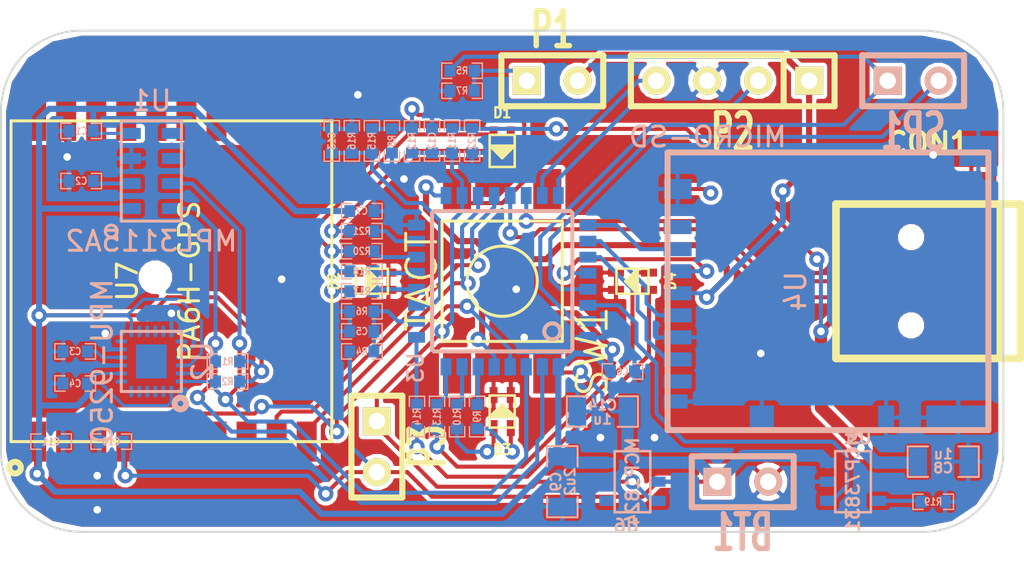
<source format=kicad_pcb>
(kicad_pcb (version 3) (host pcbnew "(2013-mar-13)-testing")
  (layers (15 F.Cu signal) (0 B.Cu signal) (18 B.Paste user) (19 F.Paste user) (20 B.SilkS user) (21 F.SilkS user) (22 B.Mask user) (23 F.Mask user) (28 Edge.Cuts user))
  (net 0 "")
  (net 1 +5V)
  (net 2 +BATT)
  (net 3 /BATT_MEAS)
  (net 4 /BUTTON)
  (net 5 /CHARGING)
  (net 6 /GPS_RX)
  (net 7 /GPS_TX)
  (net 8 /LED1)
  (net 9 /LED2)
  (net 10 /LED3)
  (net 11 /LED4)
  (net 12 /LED5)
  (net 13 /LED6)
  (net 14 /LED7)
  (net 15 /LED8)
  (net 16 /PWR_ON)
  (net 17 /RESET)
  (net 18 /SCL)
  (net 19 /SDA)
  (net 20 /SPI_CS)
  (net 21 /SPI_MISO)
  (net 22 /SPI_MOSI)
  (net 23 /SPI_SCK)
  (net 24 /SWCLK)
  (net 25 /SWDAT)
  (net 26 /USB_DM)
  (net 27 /USB_DP)
  (net 28 GND)
  (net 29 N-0000010)
  (net 30 N-0000011)
  (net 31 N-0000012)
  (net 32 N-0000014)
  (net 33 N-0000015)
  (net 34 N-0000016)
  (net 35 N-0000017)
  (net 36 N-0000018)
  (net 37 N-0000019)
  (net 38 N-0000020)
  (net 39 N-0000024)
  (net 40 N-0000025)
  (net 41 N-0000027)
  (net 42 N-0000028)
  (net 43 N-000003)
  (net 44 N-0000031)
  (net 45 N-0000032)
  (net 46 N-0000033)
  (net 47 N-0000040)
  (net 48 N-0000041)
  (net 49 N-0000042)
  (net 50 N-0000043)
  (net 51 N-0000047)
  (net 52 N-0000051)
  (net 53 N-0000052)
  (net 54 N-0000053)
  (net 55 N-0000054)
  (net 56 N-0000056)
  (net 57 N-0000057)
  (net 58 N-0000060)
  (net 59 N-0000061)
  (net 60 N-000008)
  (net 61 VDD)
  (module USB_MINI_B (layer F.Cu) (at 116.25 122.5 180)
    (fp_text reference CON1 (at 0 6.90118 180) (layer F.SilkS) (effects (font (size 1.016 1.016) (thickness 0.2032))))
    (fp_text value USB-MINI-B hide)
    (pad 1 smd rect (at 3.44932 -1.6002 180) (size 2.30124 0.50038) (layers F.Cu F.Paste F.Mask) (net 1 +5V))
    (pad 2 smd rect (at 3.44932 -0.8001 180) (size 2.30124 0.50038) (layers F.Cu F.Paste F.Mask) (net 26 /USB_DM))
    (pad 3 smd rect (at 3.44932 0 180) (size 2.30124 0.50038) (layers F.Cu F.Paste F.Mask) (net 27 /USB_DP))
    (pad 4 smd rect (at 3.44932 0.8001 180) (size 2.30124 0.50038) (layers F.Cu F.Paste F.Mask) (net 49 N-0000042))
    (pad 5 smd rect (at 3.44932 1.6002 180) (size 2.30124 0.50038) (layers F.Cu F.Paste F.Mask) (net 28 GND))
    (pad 6 smd rect (at 3.35026 -4.45008 180) (size 2.49936 1.99898) (layers F.Cu F.Paste F.Mask) (net 28 GND))
    (pad 7 smd rect (at -2.14884 -4.45008 180) (size 2.49936 1.99898) (layers F.Cu F.Paste F.Mask) (net 28 GND))
    (pad 8 smd rect (at 3.35026 4.45008 180) (size 2.49936 1.99898) (layers F.Cu F.Paste F.Mask) (net 28 GND))
    (pad 9 smd rect (at -2.14884 4.45008 180) (size 2.49936 1.99898) (layers F.Cu F.Paste F.Mask) (net 28 GND))
    (pad "" np_thru_hole circle (at 0.8509 -2.19964 180) (size 0.89916 0.89916) (drill 0.89916) (layers *.Cu *.Mask F.SilkS))
    (pad "" np_thru_hole circle (at 0.8509 2.19964 180) (size 0.89916 0.89916) (drill 0.89916) (layers *.Cu *.Mask F.SilkS))
  )
  (module SIL-2 (layer B.Cu) (at 107 132.5)
    (fp_text reference BT1 (at 0 2.54) (layer B.SilkS) (effects (font (size 1.72974 1.08712) (thickness 0.3048)) (justify mirror)))
    (fp_text value BATTERY hide)
    (pad 1 thru_hole rect (at -1.27 0) (size 1.397 1.397) (drill 0.8128) (layers *.Cu *.Mask B.SilkS) (net 2 +BATT))
    (pad 2 thru_hole circle (at 1.27 0) (size 1.397 1.397) (drill 0.8128) (layers *.Cu *.Mask B.SilkS) (net 28 GND))
  )
  (module SA0402 (layer B.Cu) (at 74 115 180)
    (fp_text reference C1 (at 0 0 180) (layer B.SilkS) (effects (font (size 0.35052 0.3048) (thickness 0.07112)) (justify mirror)))
    (fp_text value 100n hide)
    (pad 1 smd rect (at -0.6 0 180) (size 0.55 0.6) (layers B.Cu B.Paste B.Mask) (net 61 VDD))
    (pad 2 smd rect (at 0.6 0 180) (size 0.55 0.6) (layers B.Cu B.Paste B.Mask) (net 28 GND))
  )
  (module SA0402 (layer B.Cu) (at 74 117.5 180)
    (fp_text reference C2 (at 0 0 180) (layer B.SilkS) (effects (font (size 0.35052 0.3048) (thickness 0.07112)) (justify mirror)))
    (fp_text value 100n hide)
    (pad 1 smd rect (at -0.6 0 180) (size 0.55 0.6) (layers B.Cu B.Paste B.Mask) (net 54 N-0000053))
    (pad 2 smd rect (at 0.6 0 180) (size 0.55 0.6) (layers B.Cu B.Paste B.Mask) (net 28 GND))
  )
  (module SA0402 (layer B.Cu) (at 73.7 126 180)
    (fp_text reference C3 (at 0 0 180) (layer B.SilkS) (effects (font (size 0.35052 0.3048) (thickness 0.07112)) (justify mirror)))
    (fp_text value 100n hide)
    (pad 1 smd rect (at -0.6 0 180) (size 0.55 0.6) (layers B.Cu B.Paste B.Mask) (net 35 N-0000017))
    (pad 2 smd rect (at 0.6 0 180) (size 0.55 0.6) (layers B.Cu B.Paste B.Mask) (net 28 GND))
  )
  (module SA0402 (layer B.Cu) (at 73.7 127.6 180)
    (fp_text reference C4 (at 0 0 180) (layer B.SilkS) (effects (font (size 0.35052 0.3048) (thickness 0.07112)) (justify mirror)))
    (fp_text value 100n hide)
    (pad 1 smd rect (at -0.6 0 180) (size 0.55 0.6) (layers B.Cu B.Paste B.Mask) (net 61 VDD))
    (pad 2 smd rect (at 0.6 0 180) (size 0.55 0.6) (layers B.Cu B.Paste B.Mask) (net 28 GND))
  )
  (module SA0402 (layer B.Cu) (at 88 125 180)
    (fp_text reference C5 (at 0 0 180) (layer B.SilkS) (effects (font (size 0.35052 0.3048) (thickness 0.07112)) (justify mirror)))
    (fp_text value 100n hide)
    (pad 1 smd rect (at -0.6 0 180) (size 0.55 0.6) (layers B.Cu B.Paste B.Mask) (net 3 /BATT_MEAS))
    (pad 2 smd rect (at 0.6 0 180) (size 0.55 0.6) (layers B.Cu B.Paste B.Mask) (net 28 GND))
  )
  (module SA0402 (layer B.Cu) (at 101 127)
    (fp_text reference C6 (at 0 0) (layer B.SilkS) (effects (font (size 0.35052 0.3048) (thickness 0.07112)) (justify mirror)))
    (fp_text value 100n hide)
    (pad 1 smd rect (at -0.6 0) (size 0.55 0.6) (layers B.Cu B.Paste B.Mask) (net 61 VDD))
    (pad 2 smd rect (at 0.6 0) (size 0.55 0.6) (layers B.Cu B.Paste B.Mask) (net 28 GND))
  )
  (module SA0402 (layer B.Cu) (at 88 119)
    (fp_text reference C7 (at 0 0) (layer B.SilkS) (effects (font (size 0.35052 0.3048) (thickness 0.07112)) (justify mirror)))
    (fp_text value 100n hide)
    (pad 1 smd rect (at -0.6 0) (size 0.55 0.6) (layers B.Cu B.Paste B.Mask) (net 61 VDD))
    (pad 2 smd rect (at 0.6 0) (size 0.55 0.6) (layers B.Cu B.Paste B.Mask) (net 28 GND))
  )
  (module SA0805 (layer B.Cu) (at 117 131.5)
    (fp_text reference C8 (at 0 0.3175) (layer B.SilkS) (effects (font (size 0.50038 0.50038) (thickness 0.10922)) (justify mirror)))
    (fp_text value 1u (at 0 -0.381) (layer B.SilkS) (effects (font (size 0.50038 0.50038) (thickness 0.10922)) (justify mirror)))
    (pad 1 smd rect (at -1.25 0) (size 0.889 1.397) (layers B.Cu B.Paste B.Mask) (net 1 +5V))
    (pad 2 smd rect (at 1.25 0) (size 0.889 1.397) (layers B.Cu B.Paste B.Mask) (net 28 GND))
  )
  (module SA0805 (layer B.Cu) (at 98 132.5 270)
    (fp_text reference C9 (at 0 0.3175 270) (layer B.SilkS) (effects (font (size 0.50038 0.50038) (thickness 0.10922)) (justify mirror)))
    (fp_text value 2u2 (at 0 -0.381 270) (layer B.SilkS) (effects (font (size 0.50038 0.50038) (thickness 0.10922)) (justify mirror)))
    (pad 1 smd rect (at -1.25 0 270) (size 0.889 1.397) (layers B.Cu B.Paste B.Mask) (net 61 VDD))
    (pad 2 smd rect (at 1.25 0 270) (size 0.889 1.397) (layers B.Cu B.Paste B.Mask) (net 28 GND))
  )
  (module SA0402 (layer B.Cu) (at 75.5 130.5 180)
    (fp_text reference C10 (at 0 0 180) (layer B.SilkS) (effects (font (size 0.35052 0.3048) (thickness 0.07112)) (justify mirror)))
    (fp_text value 100n hide)
    (pad 1 smd rect (at -0.6 0 180) (size 0.55 0.6) (layers B.Cu B.Paste B.Mask) (net 2 +BATT))
    (pad 2 smd rect (at 0.6 0 180) (size 0.55 0.6) (layers B.Cu B.Paste B.Mask) (net 28 GND))
  )
  (module SA0402 (layer B.Cu) (at 72.5 130.5)
    (fp_text reference C11 (at 0 0) (layer B.SilkS) (effects (font (size 0.35052 0.3048) (thickness 0.07112)) (justify mirror)))
    (fp_text value 100n hide)
    (pad 1 smd rect (at -0.6 0) (size 0.55 0.6) (layers B.Cu B.Paste B.Mask) (net 61 VDD))
    (pad 2 smd rect (at 0.6 0) (size 0.55 0.6) (layers B.Cu B.Paste B.Mask) (net 28 GND))
  )
  (module SA0402 (layer B.Cu) (at 91.5 115.5 90)
    (fp_text reference C12 (at 0 0 90) (layer B.SilkS) (effects (font (size 0.35052 0.3048) (thickness 0.07112)) (justify mirror)))
    (fp_text value 100n hide)
    (pad 1 smd rect (at -0.6 0 90) (size 0.55 0.6) (layers B.Cu B.Paste B.Mask) (net 16 /PWR_ON))
    (pad 2 smd rect (at 0.6 0 90) (size 0.55 0.6) (layers B.Cu B.Paste B.Mask) (net 28 GND))
  )
  (module SA0402 (layer B.Cu) (at 86.5 115.5 90)
    (fp_text reference C13 (at 0 0 90) (layer B.SilkS) (effects (font (size 0.35052 0.3048) (thickness 0.07112)) (justify mirror)))
    (fp_text value 100n hide)
    (pad 1 smd rect (at -0.6 0 90) (size 0.55 0.6) (layers B.Cu B.Paste B.Mask) (net 4 /BUTTON))
    (pad 2 smd rect (at 0.6 0 90) (size 0.55 0.6) (layers B.Cu B.Paste B.Mask) (net 28 GND))
  )
  (module SA0805 (layer B.Cu) (at 100 129 180)
    (fp_text reference C14 (at 0 0.3175 180) (layer B.SilkS) (effects (font (size 0.50038 0.50038) (thickness 0.10922)) (justify mirror)))
    (fp_text value 1u (at 0 -0.381 180) (layer B.SilkS) (effects (font (size 0.50038 0.50038) (thickness 0.10922)) (justify mirror)))
    (pad 1 smd rect (at -1.25 0 180) (size 0.889 1.397) (layers B.Cu B.Paste B.Mask) (net 2 +BATT))
    (pad 2 smd rect (at 1.25 0 180) (size 0.889 1.397) (layers B.Cu B.Paste B.Mask) (net 28 GND))
  )
  (module SA0605_DUAL_LED (layer F.Cu) (at 95 116 90)
    (fp_text reference D1 (at 1.9 0 180) (layer F.SilkS) (effects (font (size 0.508 0.4572) (thickness 0.1143))))
    (fp_text value DUAL_LED hide)
    (pad 1 smd rect (at 0.825 -0.43 90) (size 0.8 0.4) (layers F.Cu F.Paste F.Mask) (net 41 N-0000027))
    (pad 2 smd rect (at -0.825 -0.43 90) (size 0.8 0.4) (layers F.Cu F.Paste F.Mask) (net 28 GND))
    (pad 4 smd rect (at -0.825 0.43 90) (size 0.8 0.4) (layers F.Cu F.Paste F.Mask) (net 28 GND))
    (pad 3 smd rect (at 0.825 0.43 90) (size 0.8 0.4) (layers F.Cu F.Paste F.Mask) (net 42 N-0000028))
  )
  (module SA0605_DUAL_LED (layer F.Cu) (at 88.5 122.5 180)
    (fp_text reference D2 (at 1.9 0 270) (layer F.SilkS) (effects (font (size 0.508 0.4572) (thickness 0.1143))))
    (fp_text value DUAL_LED hide)
    (pad 1 smd rect (at 0.825 -0.43 180) (size 0.8 0.4) (layers F.Cu F.Paste F.Mask) (net 40 N-0000025))
    (pad 2 smd rect (at -0.825 -0.43 180) (size 0.8 0.4) (layers F.Cu F.Paste F.Mask) (net 28 GND))
    (pad 4 smd rect (at -0.825 0.43 180) (size 0.8 0.4) (layers F.Cu F.Paste F.Mask) (net 28 GND))
    (pad 3 smd rect (at 0.825 0.43 180) (size 0.8 0.4) (layers F.Cu F.Paste F.Mask) (net 39 N-0000024))
  )
  (module SA0605_DUAL_LED (layer F.Cu) (at 95 129 270)
    (fp_text reference D3 (at 1.9 0 360) (layer F.SilkS) (effects (font (size 0.508 0.4572) (thickness 0.1143))))
    (fp_text value DUAL_LED hide)
    (pad 1 smd rect (at 0.825 -0.43 270) (size 0.8 0.4) (layers F.Cu F.Paste F.Mask) (net 44 N-0000031))
    (pad 2 smd rect (at -0.825 -0.43 270) (size 0.8 0.4) (layers F.Cu F.Paste F.Mask) (net 28 GND))
    (pad 4 smd rect (at -0.825 0.43 270) (size 0.8 0.4) (layers F.Cu F.Paste F.Mask) (net 28 GND))
    (pad 3 smd rect (at 0.825 0.43 270) (size 0.8 0.4) (layers F.Cu F.Paste F.Mask) (net 45 N-0000032))
  )
  (module SA0605_DUAL_LED (layer F.Cu) (at 101.5 122.5)
    (fp_text reference D4 (at 1.9 0 90) (layer F.SilkS) (effects (font (size 0.508 0.4572) (thickness 0.1143))))
    (fp_text value DUAL_LED hide)
    (pad 1 smd rect (at 0.825 -0.43) (size 0.8 0.4) (layers F.Cu F.Paste F.Mask) (net 47 N-0000040))
    (pad 2 smd rect (at -0.825 -0.43) (size 0.8 0.4) (layers F.Cu F.Paste F.Mask) (net 28 GND))
    (pad 4 smd rect (at -0.825 0.43) (size 0.8 0.4) (layers F.Cu F.Paste F.Mask) (net 28 GND))
    (pad 3 smd rect (at 0.825 0.43) (size 0.8 0.4) (layers F.Cu F.Paste F.Mask) (net 48 N-0000041))
  )
  (module SIL-2 (layer F.Cu) (at 97.5 112.5)
    (fp_text reference P1 (at 0 -2.54) (layer F.SilkS) (effects (font (size 1.72974 1.08712) (thickness 0.3048))))
    (fp_text value BOOT hide)
    (pad 1 thru_hole rect (at -1.27 0) (size 1.397 1.397) (drill 0.8128) (layers *.Cu *.Mask F.SilkS) (net 56 N-0000056))
    (pad 2 thru_hole circle (at 1.27 0) (size 1.397 1.397) (drill 0.8128) (layers *.Cu *.Mask F.SilkS) (net 61 VDD))
  )
  (module SIL-4 (layer F.Cu) (at 106.5 112.5 180)
    (fp_text reference P2 (at 0 -2.54 180) (layer F.SilkS) (effects (font (size 1.73482 1.08712) (thickness 0.3048))))
    (fp_text value SWD hide)
    (pad 1 thru_hole rect (at -3.81 0 180) (size 1.397 1.397) (drill 0.8128) (layers *.Cu *.Mask F.SilkS) (net 61 VDD))
    (pad 2 thru_hole circle (at -1.27 0 180) (size 1.397 1.397) (drill 0.8128) (layers *.Cu *.Mask F.SilkS) (net 24 /SWCLK))
    (pad 3 thru_hole circle (at 1.27 0 180) (size 1.397 1.397) (drill 0.8128) (layers *.Cu *.Mask F.SilkS) (net 28 GND))
    (pad 4 thru_hole circle (at 3.81 0 180) (size 1.397 1.397) (drill 0.8128) (layers *.Cu *.Mask F.SilkS) (net 25 /SWDAT))
  )
  (module SIL-2 (layer F.Cu) (at 88.75 130.75 270)
    (fp_text reference P3 (at 0 -2.54 270) (layer F.SilkS) (effects (font (size 1.72974 1.08712) (thickness 0.3048))))
    (fp_text value PWR_HOLD hide)
    (pad 1 thru_hole rect (at -1.27 0 270) (size 1.397 1.397) (drill 0.8128) (layers *.Cu *.Mask F.SilkS) (net 16 /PWR_ON))
    (pad 2 thru_hole circle (at 1.27 0 270) (size 1.397 1.397) (drill 0.8128) (layers *.Cu *.Mask F.SilkS) (net 2 +BATT))
  )
  (module SA0402 (layer B.Cu) (at 81.3 126.5 180)
    (fp_text reference R1 (at 0 0 180) (layer B.SilkS) (effects (font (size 0.35052 0.3048) (thickness 0.07112)) (justify mirror)))
    (fp_text value 4K7 hide)
    (pad 1 smd rect (at -0.6 0 180) (size 0.55 0.6) (layers B.Cu B.Paste B.Mask) (net 61 VDD))
    (pad 2 smd rect (at 0.6 0 180) (size 0.55 0.6) (layers B.Cu B.Paste B.Mask) (net 18 /SCL))
  )
  (module SA0402 (layer B.Cu) (at 81.3 127.5 180)
    (fp_text reference R2 (at 0 0 180) (layer B.SilkS) (effects (font (size 0.35052 0.3048) (thickness 0.07112)) (justify mirror)))
    (fp_text value 4K7 hide)
    (pad 1 smd rect (at -0.6 0 180) (size 0.55 0.6) (layers B.Cu B.Paste B.Mask) (net 61 VDD))
    (pad 2 smd rect (at 0.6 0 180) (size 0.55 0.6) (layers B.Cu B.Paste B.Mask) (net 19 /SDA))
  )
  (module SA0402 (layer B.Cu) (at 88 126)
    (fp_text reference R4 (at 0 0) (layer B.SilkS) (effects (font (size 0.35052 0.3048) (thickness 0.07112)) (justify mirror)))
    (fp_text value 1M hide)
    (pad 1 smd rect (at -0.6 0) (size 0.55 0.6) (layers B.Cu B.Paste B.Mask) (net 2 +BATT))
    (pad 2 smd rect (at 0.6 0) (size 0.55 0.6) (layers B.Cu B.Paste B.Mask) (net 3 /BATT_MEAS))
  )
  (module SA0402 (layer B.Cu) (at 93 112 180)
    (fp_text reference R5 (at 0 0 180) (layer B.SilkS) (effects (font (size 0.35052 0.3048) (thickness 0.07112)) (justify mirror)))
    (fp_text value 10K hide)
    (pad 1 smd rect (at -0.6 0 180) (size 0.55 0.6) (layers B.Cu B.Paste B.Mask) (net 56 N-0000056))
    (pad 2 smd rect (at 0.6 0 180) (size 0.55 0.6) (layers B.Cu B.Paste B.Mask) (net 55 N-0000054))
  )
  (module SA0402 (layer B.Cu) (at 88 124)
    (fp_text reference R6 (at 0 0) (layer B.SilkS) (effects (font (size 0.35052 0.3048) (thickness 0.07112)) (justify mirror)))
    (fp_text value 2.2M hide)
    (pad 1 smd rect (at -0.6 0) (size 0.55 0.6) (layers B.Cu B.Paste B.Mask) (net 28 GND))
    (pad 2 smd rect (at 0.6 0) (size 0.55 0.6) (layers B.Cu B.Paste B.Mask) (net 3 /BATT_MEAS))
  )
  (module SA0402 (layer B.Cu) (at 93 113 180)
    (fp_text reference R7 (at 0 0 180) (layer B.SilkS) (effects (font (size 0.35052 0.3048) (thickness 0.07112)) (justify mirror)))
    (fp_text value 10K hide)
    (pad 1 smd rect (at -0.6 0 180) (size 0.55 0.6) (layers B.Cu B.Paste B.Mask) (net 56 N-0000056))
    (pad 2 smd rect (at 0.6 0 180) (size 0.55 0.6) (layers B.Cu B.Paste B.Mask) (net 28 GND))
  )
  (module SA0402 (layer B.Cu) (at 89.5 115.5 270)
    (fp_text reference R8 (at 0 0 270) (layer B.SilkS) (effects (font (size 0.35052 0.3048) (thickness 0.07112)) (justify mirror)))
    (fp_text value 2K2 hide)
    (pad 1 smd rect (at -0.6 0 270) (size 0.55 0.6) (layers B.Cu B.Paste B.Mask) (net 57 N-0000057))
    (pad 2 smd rect (at 0.6 0 270) (size 0.55 0.6) (layers B.Cu B.Paste B.Mask) (net 28 GND))
  )
  (module SA0402 (layer B.Cu) (at 93.75 129.25 270)
    (fp_text reference R9 (at 0 0 270) (layer B.SilkS) (effects (font (size 0.35052 0.3048) (thickness 0.07112)) (justify mirror)))
    (fp_text value 68R hide)
    (pad 1 smd rect (at -0.6 0 270) (size 0.55 0.6) (layers B.Cu B.Paste B.Mask) (net 8 /LED1))
    (pad 2 smd rect (at 0.6 0 270) (size 0.55 0.6) (layers B.Cu B.Paste B.Mask) (net 44 N-0000031))
  )
  (module SA0402 (layer B.Cu) (at 92.75 129.25 270)
    (fp_text reference R10 (at 0 0 270) (layer B.SilkS) (effects (font (size 0.35052 0.3048) (thickness 0.07112)) (justify mirror)))
    (fp_text value 68R hide)
    (pad 1 smd rect (at -0.6 0 270) (size 0.55 0.6) (layers B.Cu B.Paste B.Mask) (net 9 /LED2))
    (pad 2 smd rect (at 0.6 0 270) (size 0.55 0.6) (layers B.Cu B.Paste B.Mask) (net 45 N-0000032))
  )
  (module SA0402 (layer B.Cu) (at 92.5 115.5 270)
    (fp_text reference R11 (at 0 0 270) (layer B.SilkS) (effects (font (size 0.35052 0.3048) (thickness 0.07112)) (justify mirror)))
    (fp_text value 100K hide)
    (pad 1 smd rect (at -0.6 0 270) (size 0.55 0.6) (layers B.Cu B.Paste B.Mask) (net 1 +5V))
    (pad 2 smd rect (at 0.6 0 270) (size 0.55 0.6) (layers B.Cu B.Paste B.Mask) (net 16 /PWR_ON))
  )
  (module SA0402 (layer B.Cu) (at 90.5 115.5 270)
    (fp_text reference R12 (at 0 0 270) (layer B.SilkS) (effects (font (size 0.35052 0.3048) (thickness 0.07112)) (justify mirror)))
    (fp_text value 100K hide)
    (pad 1 smd rect (at -0.6 0 270) (size 0.55 0.6) (layers B.Cu B.Paste B.Mask) (net 57 N-0000057))
    (pad 2 smd rect (at 0.6 0 270) (size 0.55 0.6) (layers B.Cu B.Paste B.Mask) (net 16 /PWR_ON))
  )
  (module SA0402 (layer B.Cu) (at 91.75 129.25 270)
    (fp_text reference R13 (at 0 0 270) (layer B.SilkS) (effects (font (size 0.35052 0.3048) (thickness 0.07112)) (justify mirror)))
    (fp_text value 68R hide)
    (pad 1 smd rect (at -0.6 0 270) (size 0.55 0.6) (layers B.Cu B.Paste B.Mask) (net 10 /LED3))
    (pad 2 smd rect (at 0.6 0 270) (size 0.55 0.6) (layers B.Cu B.Paste B.Mask) (net 47 N-0000040))
  )
  (module SA0402 (layer B.Cu) (at 90.75 129.25 270)
    (fp_text reference R14 (at 0 0 270) (layer B.SilkS) (effects (font (size 0.35052 0.3048) (thickness 0.07112)) (justify mirror)))
    (fp_text value 68R hide)
    (pad 1 smd rect (at -0.6 0 270) (size 0.55 0.6) (layers B.Cu B.Paste B.Mask) (net 11 /LED4))
    (pad 2 smd rect (at 0.6 0 270) (size 0.55 0.6) (layers B.Cu B.Paste B.Mask) (net 48 N-0000041))
  )
  (module SA0402 (layer B.Cu) (at 88.5 115.5 270)
    (fp_text reference R15 (at 0 0 270) (layer B.SilkS) (effects (font (size 0.35052 0.3048) (thickness 0.07112)) (justify mirror)))
    (fp_text value 4K7 hide)
    (pad 1 smd rect (at -0.6 0 270) (size 0.55 0.6) (layers B.Cu B.Paste B.Mask) (net 57 N-0000057))
    (pad 2 smd rect (at 0.6 0 270) (size 0.55 0.6) (layers B.Cu B.Paste B.Mask) (net 4 /BUTTON))
  )
  (module SA0402 (layer B.Cu) (at 87.5 115.5 270)
    (fp_text reference R16 (at 0 0 270) (layer B.SilkS) (effects (font (size 0.35052 0.3048) (thickness 0.07112)) (justify mirror)))
    (fp_text value 10K hide)
    (pad 1 smd rect (at -0.6 0 270) (size 0.55 0.6) (layers B.Cu B.Paste B.Mask) (net 28 GND))
    (pad 2 smd rect (at 0.6 0 270) (size 0.55 0.6) (layers B.Cu B.Paste B.Mask) (net 4 /BUTTON))
  )
  (module SA0402 (layer B.Cu) (at 88 123 180)
    (fp_text reference R17 (at 0 0 180) (layer B.SilkS) (effects (font (size 0.35052 0.3048) (thickness 0.07112)) (justify mirror)))
    (fp_text value 68R hide)
    (pad 1 smd rect (at -0.6 0 180) (size 0.55 0.6) (layers B.Cu B.Paste B.Mask) (net 12 /LED5))
    (pad 2 smd rect (at 0.6 0 180) (size 0.55 0.6) (layers B.Cu B.Paste B.Mask) (net 40 N-0000025))
  )
  (module SA0402 (layer B.Cu) (at 88 122 180)
    (fp_text reference R18 (at 0 0 180) (layer B.SilkS) (effects (font (size 0.35052 0.3048) (thickness 0.07112)) (justify mirror)))
    (fp_text value 68R hide)
    (pad 1 smd rect (at -0.6 0 180) (size 0.55 0.6) (layers B.Cu B.Paste B.Mask) (net 13 /LED6))
    (pad 2 smd rect (at 0.6 0 180) (size 0.55 0.6) (layers B.Cu B.Paste B.Mask) (net 39 N-0000024))
  )
  (module SA0402 (layer B.Cu) (at 116.5 133.5)
    (fp_text reference R19 (at 0 0) (layer B.SilkS) (effects (font (size 0.35052 0.3048) (thickness 0.07112)) (justify mirror)))
    (fp_text value 2K hide)
    (pad 1 smd rect (at -0.6 0) (size 0.55 0.6) (layers B.Cu B.Paste B.Mask) (net 51 N-0000047))
    (pad 2 smd rect (at 0.6 0) (size 0.55 0.6) (layers B.Cu B.Paste B.Mask) (net 28 GND))
  )
  (module SA0402 (layer B.Cu) (at 88 121 180)
    (fp_text reference R20 (at 0 0 180) (layer B.SilkS) (effects (font (size 0.35052 0.3048) (thickness 0.07112)) (justify mirror)))
    (fp_text value 68R hide)
    (pad 1 smd rect (at -0.6 0 180) (size 0.55 0.6) (layers B.Cu B.Paste B.Mask) (net 14 /LED7))
    (pad 2 smd rect (at 0.6 0 180) (size 0.55 0.6) (layers B.Cu B.Paste B.Mask) (net 41 N-0000027))
  )
  (module SA0402 (layer B.Cu) (at 88 120 180)
    (fp_text reference R21 (at 0 0 180) (layer B.SilkS) (effects (font (size 0.35052 0.3048) (thickness 0.07112)) (justify mirror)))
    (fp_text value 68R hide)
    (pad 1 smd rect (at -0.6 0 180) (size 0.55 0.6) (layers B.Cu B.Paste B.Mask) (net 15 /LED8))
    (pad 2 smd rect (at 0.6 0 180) (size 0.55 0.6) (layers B.Cu B.Paste B.Mask) (net 42 N-0000028))
  )
  (module SIL-2 (layer B.Cu) (at 115.5 112.5)
    (fp_text reference SP1 (at 0 2.54) (layer B.SilkS) (effects (font (size 1.72974 1.08712) (thickness 0.3048)) (justify mirror)))
    (fp_text value PIEZO hide)
    (pad 1 thru_hole rect (at -1.27 0) (size 1.397 1.397) (drill 0.8128) (layers *.Cu *.Mask B.SilkS) (net 55 N-0000054))
    (pad 2 thru_hole circle (at 1.27 0) (size 1.397 1.397) (drill 0.8128) (layers *.Cu *.Mask B.SilkS) (net 50 N-0000043))
  )
  (module TACT-SW-SMD (layer F.Cu) (at 95 122.5)
    (fp_text reference SW1 (at 4.5 3.5 90) (layer F.SilkS) (effects (font (size 1.5 1.5))))
    (fp_text value TACT (at -4 0 90) (layer F.SilkS) (effects (font (size 1.5 1.5))))
    (pad 1 smd rect (at 2.25 -4.55) (size 1.4 2.1) (layers F.Cu F.Paste F.Mask) (net 46 N-0000033))
    (pad 2 smd rect (at 2.25 4.55) (size 1.4 2.1) (layers F.Cu F.Paste F.Mask) (net 2 +BATT))
    (pad 3 smd rect (at -2.25 -4.55) (size 1.4 2.1) (layers F.Cu F.Paste F.Mask) (net 57 N-0000057))
    (pad 4 smd rect (at -2.25 4.55) (size 1.4 2.1) (layers F.Cu F.Paste F.Mask) (net 58 N-0000060))
  )
  (module LGA_8 (layer B.Cu) (at 77.5 117)
    (fp_text reference U1 (at 0 -3.5) (layer B.SilkS) (effects (justify mirror)))
    (fp_text value MPL3115A2 (at 0 3.5) (layer B.SilkS) (effects (justify mirror)))
    (pad 5 smd rect (at 1 -0.625) (size 0.95 0.55) (layers B.Cu B.Paste B.Mask) (net 52 N-0000051))
    (pad 6 smd rect (at 1 -1.875) (size 0.95 0.55) (layers B.Cu B.Paste B.Mask) (net 53 N-0000052))
    (pad 7 smd rect (at 1 0.625) (size 0.95 0.55) (layers B.Cu B.Paste B.Mask) (net 19 /SDA))
    (pad 8 smd rect (at 1 1.875) (size 0.95 0.55) (layers B.Cu B.Paste B.Mask) (net 18 /SCL))
    (pad 1 smd rect (at -1 1.875) (size 0.95 0.55) (layers B.Cu B.Paste B.Mask) (net 61 VDD))
    (pad 2 smd rect (at -1 0.625) (size 0.95 0.55) (layers B.Cu B.Paste B.Mask) (net 54 N-0000053))
    (pad 3 smd rect (at -1 -0.625) (size 0.95 0.55) (layers B.Cu B.Paste B.Mask) (net 28 GND))
    (pad 4 smd rect (at -1 -1.875) (size 0.95 0.55) (layers B.Cu B.Paste B.Mask) (net 61 VDD))
  )
  (module LQFP32 (layer B.Cu) (at 95 122.5 90)
    (fp_text reference U3 (at -4.318 -4.318 90) (layer B.SilkS) (effects (font (size 0.762 0.762) (thickness 0.13)) (justify mirror)))
    (fp_text value STM32F042-32 hide)
    (pad 8 smd rect (at -4.275 -2.8 90) (size 0.85 0.54) (layers B.Cu B.Paste B.Mask) (net 10 /LED3))
    (pad 7 smd rect (at -4.275 -2 90) (size 0.85 0.54) (layers B.Cu B.Paste B.Mask) (net 9 /LED2))
    (pad 6 smd rect (at -4.275 -1.2 90) (size 0.85 0.54) (layers B.Cu B.Paste B.Mask) (net 8 /LED1))
    (pad 5 smd rect (at -4.275 -0.4 90) (size 0.85 0.54) (layers B.Cu B.Paste B.Mask) (net 61 VDD))
    (pad 4 smd rect (at -4.275 0.4 90) (size 0.85 0.54) (layers B.Cu B.Paste B.Mask) (net 17 /RESET))
    (pad 3 smd rect (at -4.275 1.2 90) (size 0.85 0.54) (layers B.Cu B.Paste B.Mask) (net 19 /SDA))
    (pad 2 smd rect (at -4.275 2 90) (size 0.85 0.54) (layers B.Cu B.Paste B.Mask) (net 18 /SCL))
    (pad 1 smd rect (at -4.275 2.8 90) (size 0.85 0.54) (layers B.Cu B.Paste B.Mask) (net 61 VDD))
    (pad 1 smd rect (at -4.275 2.8 90) (size 0.85 0.54) (layers B.Cu B.Paste B.Mask) (net 61 VDD))
    (pad 2 smd rect (at -4.275 2 90) (size 0.85 0.54) (layers B.Cu B.Paste B.Mask) (net 18 /SCL))
    (pad 3 smd rect (at -4.275 1.2 90) (size 0.85 0.54) (layers B.Cu B.Paste B.Mask) (net 19 /SDA))
    (pad 4 smd rect (at -4.275 0.4 90) (size 0.85 0.54) (layers B.Cu B.Paste B.Mask) (net 17 /RESET))
    (pad 5 smd rect (at -4.275 -0.4 90) (size 0.85 0.54) (layers B.Cu B.Paste B.Mask) (net 61 VDD))
    (pad 6 smd rect (at -4.275 -1.2 90) (size 0.85 0.54) (layers B.Cu B.Paste B.Mask) (net 8 /LED1))
    (pad 7 smd rect (at -4.275 -2 90) (size 0.85 0.54) (layers B.Cu B.Paste B.Mask) (net 9 /LED2))
    (pad 8 smd rect (at -4.275 -2.8 90) (size 0.85 0.54) (layers B.Cu B.Paste B.Mask) (net 10 /LED3))
    (pad 8 smd rect (at -4.275 -2.8 90) (size 0.85 0.54) (layers B.Cu B.Paste B.Mask) (net 10 /LED3))
    (pad 7 smd rect (at -4.275 -2 90) (size 0.85 0.54) (layers B.Cu B.Paste B.Mask) (net 9 /LED2))
    (pad 6 smd rect (at -4.275 -1.2 90) (size 0.85 0.54) (layers B.Cu B.Paste B.Mask) (net 8 /LED1))
    (pad 5 smd rect (at -4.275 -0.4 90) (size 0.85 0.54) (layers B.Cu B.Paste B.Mask) (net 61 VDD))
    (pad 4 smd rect (at -4.275 0.4 90) (size 0.85 0.54) (layers B.Cu B.Paste B.Mask) (net 17 /RESET))
    (pad 3 smd rect (at -4.275 1.2 90) (size 0.85 0.54) (layers B.Cu B.Paste B.Mask) (net 19 /SDA))
    (pad 2 smd rect (at -4.275 2 90) (size 0.85 0.54) (layers B.Cu B.Paste B.Mask) (net 18 /SCL))
    (pad 1 smd rect (at -4.275 2.8 90) (size 0.85 0.54) (layers B.Cu B.Paste B.Mask) (net 61 VDD))
    (pad 1 smd rect (at -4.275 2.8 90) (size 0.85 0.54) (layers B.Cu B.Paste B.Mask) (net 61 VDD))
    (pad 2 smd rect (at -4.275 2 90) (size 0.85 0.54) (layers B.Cu B.Paste B.Mask) (net 18 /SCL))
    (pad 3 smd rect (at -4.275 1.2 90) (size 0.85 0.54) (layers B.Cu B.Paste B.Mask) (net 19 /SDA))
    (pad 4 smd rect (at -4.275 0.4 90) (size 0.85 0.54) (layers B.Cu B.Paste B.Mask) (net 17 /RESET))
    (pad 5 smd rect (at -4.275 -0.4 90) (size 0.85 0.54) (layers B.Cu B.Paste B.Mask) (net 61 VDD))
    (pad 6 smd rect (at -4.275 -1.2 90) (size 0.85 0.54) (layers B.Cu B.Paste B.Mask) (net 8 /LED1))
    (pad 7 smd rect (at -4.275 -2 90) (size 0.85 0.54) (layers B.Cu B.Paste B.Mask) (net 9 /LED2))
    (pad 8 smd rect (at -4.275 -2.8 90) (size 0.85 0.54) (layers B.Cu B.Paste B.Mask) (net 10 /LED3))
    (pad 9 smd rect (at -2.8 -4.275 90) (size 0.54 0.85) (layers B.Cu B.Paste B.Mask) (net 11 /LED4))
    (pad 10 smd rect (at -2 -4.275 90) (size 0.54 0.85) (layers B.Cu B.Paste B.Mask) (net 3 /BATT_MEAS))
    (pad 11 smd rect (at -1.2 -4.275 90) (size 0.54 0.85) (layers B.Cu B.Paste B.Mask) (net 4 /BUTTON))
    (pad 12 smd rect (at -0.4 -4.275 90) (size 0.54 0.85) (layers B.Cu B.Paste B.Mask) (net 12 /LED5))
    (pad 13 smd rect (at 0.4 -4.275 90) (size 0.54 0.85) (layers B.Cu B.Paste B.Mask) (net 13 /LED6))
    (pad 14 smd rect (at 1.2 -4.275 90) (size 0.54 0.85) (layers B.Cu B.Paste B.Mask) (net 14 /LED7))
    (pad 15 smd rect (at 2 -4.275 90) (size 0.54 0.85) (layers B.Cu B.Paste B.Mask) (net 15 /LED8))
    (pad 16 smd rect (at 2.8 -4.275 90) (size 0.54 0.85) (layers B.Cu B.Paste B.Mask) (net 28 GND))
    (pad 17 smd rect (at 4.275 -2.8 90) (size 0.85 0.54) (layers B.Cu B.Paste B.Mask) (net 61 VDD))
    (pad 18 smd rect (at 4.275 -2 90) (size 0.85 0.54) (layers B.Cu B.Paste B.Mask) (net 16 /PWR_ON))
    (pad 19 smd rect (at 4.275 -1.2 90) (size 0.85 0.54) (layers B.Cu B.Paste B.Mask) (net 6 /GPS_RX))
    (pad 20 smd rect (at 4.275 -0.4 90) (size 0.85 0.54) (layers B.Cu B.Paste B.Mask) (net 7 /GPS_TX))
    (pad 21 smd rect (at 4.275 0.4 90) (size 0.85 0.54) (layers B.Cu B.Paste B.Mask) (net 26 /USB_DM))
    (pad 22 smd rect (at 4.275 1.2 90) (size 0.85 0.54) (layers B.Cu B.Paste B.Mask) (net 27 /USB_DP))
    (pad 23 smd rect (at 4.275 2 90) (size 0.85 0.54) (layers B.Cu B.Paste B.Mask) (net 25 /SWDAT))
    (pad 24 smd rect (at 4.275 2.8 90) (size 0.85 0.54) (layers B.Cu B.Paste B.Mask) (net 24 /SWCLK))
    (pad 25 smd rect (at 2.8 4.275 90) (size 0.54 0.85) (layers B.Cu B.Paste B.Mask) (net 20 /SPI_CS))
    (pad 26 smd rect (at 2 4.275 90) (size 0.54 0.85) (layers B.Cu B.Paste B.Mask) (net 23 /SPI_SCK))
    (pad 27 smd rect (at 1.2 4.275 90) (size 0.54 0.85) (layers B.Cu B.Paste B.Mask) (net 21 /SPI_MISO))
    (pad 28 smd rect (at 0.4 4.275 90) (size 0.54 0.85) (layers B.Cu B.Paste B.Mask) (net 22 /SPI_MOSI))
    (pad 29 smd rect (at -0.4 4.275 90) (size 0.54 0.85) (layers B.Cu B.Paste B.Mask) (net 50 N-0000043))
    (pad 30 smd rect (at -1.2 4.275 90) (size 0.54 0.85) (layers B.Cu B.Paste B.Mask) (net 5 /CHARGING))
    (pad 31 smd rect (at -2 4.275 90) (size 0.54 0.85) (layers B.Cu B.Paste B.Mask) (net 55 N-0000054))
    (pad 32 smd rect (at -2.8 4.275 90) (size 0.54 0.85) (layers B.Cu B.Paste B.Mask) (net 28 GND))
  )
  (module DM3BT (layer B.Cu) (at 103.25 123 270)
    (fp_text reference U4 (at 0 -6.4 270) (layer B.SilkS) (effects (justify mirror)))
    (fp_text value MICRO-SD (at -7.7 -2 540) (layer B.SilkS) (effects (justify mirror)))
    (pad 1 smd rect (at -3.2 -0.5) (size 1.4 0.7) (layers B.Cu B.Paste B.Mask) (net 43 N-000003))
    (pad 2 smd rect (at -2.1 -0.5) (size 1.4 0.7) (layers B.Cu B.Paste B.Mask) (net 20 /SPI_CS))
    (pad 3 smd rect (at -1 -0.5) (size 1.4 0.7) (layers B.Cu B.Paste B.Mask) (net 22 /SPI_MOSI))
    (pad 4 smd rect (at 0.1 -0.5) (size 1.4 0.7) (layers B.Cu B.Paste B.Mask) (net 61 VDD))
    (pad 5 smd rect (at 1.2 -0.5) (size 1.4 0.7) (layers B.Cu B.Paste B.Mask) (net 23 /SPI_SCK))
    (pad 6 smd rect (at 2.3 -0.5) (size 1.4 0.7) (layers B.Cu B.Paste B.Mask) (net 28 GND))
    (pad 7 smd rect (at 3.4 -0.5) (size 1.4 0.7) (layers B.Cu B.Paste B.Mask) (net 21 /SPI_MISO))
    (pad 8 smd rect (at 4.5 -0.5) (size 1.4 0.7) (layers B.Cu B.Paste B.Mask) (net 60 N-000008))
    (pad 14 smd rect (at -5.1 -0.5) (size 1.4 1) (layers B.Cu B.Paste B.Mask) (net 28 GND))
    (pad 10 smd rect (at 5.5 -0.4) (size 1.2 0.7) (layers B.Cu B.Paste B.Mask) (net 28 GND))
    (pad 11 smd rect (at 6.3 -4.7) (size 1.2 1.2) (layers B.Cu B.Paste B.Mask) (net 28 GND))
    (pad 9 smd rect (at 6.3 -10.9) (size 0.8 1.2) (layers B.Cu B.Paste B.Mask) (net 28 GND))
    (pad 12 smd rect (at 6.3 -14.5) (size 3.2 1.2) (layers B.Cu B.Paste B.Mask) (net 28 GND))
    (pad 13 smd rect (at -7 -15.5) (size 1.9 1.5) (layers B.Cu B.Paste B.Mask) (net 28 GND))
    (pad 13 smd rect (at -6 -16.2) (size 0.5 0.5) (layers B.Cu B.Paste B.Mask) (net 28 GND))
  )
  (module SOT23-5 (layer B.Cu) (at 112.5 132.5 90)
    (fp_text reference U5 (at 2.19964 0.29972 360) (layer B.SilkS) (effects (font (size 0.635 0.635) (thickness 0.127)) (justify mirror)))
    (fp_text value MCP73831 (at 0 0 90) (layer B.SilkS) (effects (font (size 0.635 0.635) (thickness 0.127)) (justify mirror)))
    (pad 1 smd rect (at -0.9525 -1.27 90) (size 0.508 0.762) (layers B.Cu B.Paste B.Mask) (net 5 /CHARGING))
    (pad 3 smd rect (at 0.9525 -1.27 90) (size 0.508 0.762) (layers B.Cu B.Paste B.Mask) (net 2 +BATT))
    (pad 5 smd rect (at -0.9525 1.27 90) (size 0.508 0.762) (layers B.Cu B.Paste B.Mask) (net 51 N-0000047))
    (pad 2 smd rect (at 0 -1.27 90) (size 0.508 0.762) (layers B.Cu B.Paste B.Mask) (net 28 GND))
    (pad 4 smd rect (at 0.9525 1.27 90) (size 0.508 0.762) (layers B.Cu B.Paste B.Mask) (net 1 +5V))
  )
  (module SOT23-5 (layer B.Cu) (at 101.5 132.5 270)
    (fp_text reference U6 (at 2.19964 0.29972 540) (layer B.SilkS) (effects (font (size 0.635 0.635) (thickness 0.127)) (justify mirror)))
    (fp_text value MCP1824 (at 0 0 270) (layer B.SilkS) (effects (font (size 0.635 0.635) (thickness 0.127)) (justify mirror)))
    (pad 1 smd rect (at -0.9525 -1.27 270) (size 0.508 0.762) (layers B.Cu B.Paste B.Mask) (net 2 +BATT))
    (pad 3 smd rect (at 0.9525 -1.27 270) (size 0.508 0.762) (layers B.Cu B.Paste B.Mask) (net 16 /PWR_ON))
    (pad 5 smd rect (at -0.9525 1.27 270) (size 0.508 0.762) (layers B.Cu B.Paste B.Mask) (net 61 VDD))
    (pad 2 smd rect (at 0 -1.27 270) (size 0.508 0.762) (layers B.Cu B.Paste B.Mask) (net 28 GND))
    (pad 4 smd rect (at 0.9525 1.27 270) (size 0.508 0.762) (layers B.Cu B.Paste B.Mask) (net 59 N-0000061))
  )
  (module PA6H-GPS (layer F.Cu) (at 78.5 122.5 90)
    (fp_text reference U7 (at 0 -2.2 90) (layer F.SilkS))
    (fp_text value PA6H-GPS (at 0 0.9 90) (layer F.SilkS))
    (pad 11 smd rect (at 8 6.75 90) (size 2 1) (layers F.Cu F.Paste F.Mask) (net 29 N-0000010))
    (pad 12 smd rect (at 8 5.25 90) (size 2 1) (layers F.Cu F.Paste F.Mask) (net 28 GND))
    (pad 13 smd rect (at 8 3.75 90) (size 2 1) (layers F.Cu F.Paste F.Mask) (net 30 N-0000011))
    (pad 14 smd rect (at 8 2.25 90) (size 2 1) (layers F.Cu F.Paste F.Mask) (net 31 N-0000012))
    (pad 15 smd rect (at 8 0.75 90) (size 2 1) (layers F.Cu F.Paste F.Mask))
    (pad 16 smd rect (at 8 -0.75 90) (size 2 1) (layers F.Cu F.Paste F.Mask))
    (pad 17 smd rect (at 8 -2.25 90) (size 2 1) (layers F.Cu F.Paste F.Mask))
    (pad 18 smd rect (at 8 -3.75 90) (size 2 1) (layers F.Cu F.Paste F.Mask))
    (pad 19 smd rect (at 8 -5.25 90) (size 2 1) (layers F.Cu F.Paste F.Mask) (net 28 GND))
    (pad 20 smd rect (at 8 -6.75 90) (size 2 1) (layers F.Cu F.Paste F.Mask))
    (pad 1 smd rect (at -8 -6.75 90) (size 2 1) (layers F.Cu F.Paste F.Mask) (net 61 VDD))
    (pad 2 smd rect (at -8 -5.25 90) (size 2 1) (layers F.Cu F.Paste F.Mask) (net 17 /RESET))
    (pad 3 smd rect (at -8 -3.75 90) (size 2 1) (layers F.Cu F.Paste F.Mask) (net 28 GND))
    (pad 4 smd rect (at -8 -2.25 90) (size 2 1) (layers F.Cu F.Paste F.Mask) (net 2 +BATT))
    (pad 5 smd rect (at -8 -0.75 90) (size 2 1) (layers F.Cu F.Paste F.Mask) (net 32 N-0000014))
    (pad 6 smd rect (at -8 0.75 90) (size 2 1) (layers F.Cu F.Paste F.Mask))
    (pad 7 smd rect (at -8 2.25 90) (size 2 1) (layers F.Cu F.Paste F.Mask))
    (pad 8 smd rect (at -8 3.75 90) (size 2 1) (layers F.Cu F.Paste F.Mask) (net 28 GND))
    (pad 9 smd rect (at -8 5.25 90) (size 2 1) (layers F.Cu F.Paste F.Mask) (net 7 /GPS_TX))
    (pad 10 smd rect (at -8 6.75 90) (size 2 1) (layers F.Cu F.Paste F.Mask) (net 6 /GPS_RX))
    (pad "" np_thru_hole circle (at 0.2 -0.8 90) (size 1.27 1.27) (drill 1.27) (layers *.Cu *.Mask F.SilkS))
  )
  (module 24-QFN_3x3 (layer B.Cu) (at 77.5 126.5 90)
    (fp_text reference U2 (at 0 2.55 90) (layer B.SilkS) (effects (justify mirror)))
    (fp_text value MPU-9250 (at 0 -2.45 90) (layer B.SilkS) (effects (justify mirror)))
    (pad 18 smd oval (at 1.5 1 270) (size 0.6 0.2) (layers B.Cu B.Paste B.Mask) (net 28 GND))
    (pad 17 smd oval (at 1.5 0.6 270) (size 0.6 0.2) (layers B.Cu B.Paste B.Mask))
    (pad 16 smd oval (at 1.5 0.2 270) (size 0.6 0.2) (layers B.Cu B.Paste B.Mask))
    (pad 15 smd oval (at 1.5 -0.2 270) (size 0.6 0.2) (layers B.Cu B.Paste B.Mask))
    (pad 14 smd oval (at 1.5 -0.6 270) (size 0.6 0.2) (layers B.Cu B.Paste B.Mask))
    (pad 13 smd oval (at 1.5 -1 270) (size 0.6 0.2) (layers B.Cu B.Paste B.Mask) (net 61 VDD))
    (pad 19 smd oval (at 1 1.5 180) (size 0.6 0.2) (layers B.Cu B.Paste B.Mask) (net 34 N-0000016))
    (pad 20 smd oval (at 0.6 1.5 180) (size 0.6 0.2) (layers B.Cu B.Paste B.Mask) (net 28 GND))
    (pad 21 smd oval (at 0.2 1.5 180) (size 0.6 0.2) (layers B.Cu B.Paste B.Mask) (net 36 N-0000018))
    (pad 22 smd oval (at -0.2 1.5 180) (size 0.6 0.2) (layers B.Cu B.Paste B.Mask) (net 61 VDD))
    (pad 23 smd oval (at -0.6 1.5 180) (size 0.6 0.2) (layers B.Cu B.Paste B.Mask) (net 18 /SCL))
    (pad 24 smd oval (at -1 1.5 180) (size 0.6 0.2) (layers B.Cu B.Paste B.Mask) (net 19 /SDA))
    (pad 12 smd oval (at 1 -1.5) (size 0.6 0.2) (layers B.Cu B.Paste B.Mask) (net 37 N-0000019))
    (pad 11 smd oval (at 0.6 -1.5) (size 0.6 0.2) (layers B.Cu B.Paste B.Mask) (net 28 GND))
    (pad 10 smd oval (at 0.2 -1.5) (size 0.6 0.2) (layers B.Cu B.Paste B.Mask) (net 35 N-0000017))
    (pad 9 smd oval (at -0.2 -1.5) (size 0.6 0.2) (layers B.Cu B.Paste B.Mask) (net 28 GND))
    (pad 8 smd oval (at -0.6 -1.5) (size 0.6 0.2) (layers B.Cu B.Paste B.Mask) (net 61 VDD))
    (pad 7 smd oval (at -1 -1.5) (size 0.6 0.2) (layers B.Cu B.Paste B.Mask) (net 33 N-0000015))
    (pad 1 smd oval (at -1.5 1 90) (size 0.6 0.2) (layers B.Cu B.Paste B.Mask) (net 61 VDD))
    (pad 2 smd oval (at -1.5 0.6 90) (size 0.6 0.2) (layers B.Cu B.Paste B.Mask))
    (pad 3 smd oval (at -1.5 0.2 90) (size 0.6 0.2) (layers B.Cu B.Paste B.Mask))
    (pad 4 smd oval (at -1.5 -0.2 90) (size 0.6 0.2) (layers B.Cu B.Paste B.Mask))
    (pad 5 smd oval (at -1.5 -0.6 90) (size 0.6 0.2) (layers B.Cu B.Paste B.Mask))
    (pad 6 smd oval (at -1.5 -1 90) (size 0.6 0.2) (layers B.Cu B.Paste B.Mask))
    (pad 25 smd rect (at 0 0 180) (size 1.54 1.7) (layers B.Cu B.Paste B.Mask) (net 38 N-0000020))
  )
  (module SA0402 (layer B.Cu) (at 93.5 115.5 90)
    (fp_text reference R22 (at 0 0 90) (layer B.SilkS) (effects (font (size 0.35052 0.3048) (thickness 0.07112)) (justify mirror)))
    (fp_text value 2K2 hide)
    (pad 1 smd rect (at -0.6 0 90) (size 0.55 0.6) (layers B.Cu B.Paste B.Mask) (net 28 GND))
    (pad 2 smd rect (at 0.6 0 90) (size 0.55 0.6) (layers B.Cu B.Paste B.Mask) (net 1 +5V))
  )
  (gr_line (start 116 110) (end 74 110) (angle 90) (layer Edge.Cuts) (width 0.1))
  (gr_line (start 120 131) (end 120 114) (angle 90) (layer Edge.Cuts) (width 0.1))
  (gr_line (start 74 135) (end 116 135) (angle 90) (layer Edge.Cuts) (width 0.1))
  (gr_line (start 70 114) (end 70 131) (angle 90) (layer Edge.Cuts) (width 0.1))
  (gr_arc (start 116 131) (end 120 131) (angle 90) (layer Edge.Cuts) (width 0.1))
  (gr_arc (start 116 114) (end 116 110) (angle 90) (layer Edge.Cuts) (width 0.1))
  (gr_arc (start 74 114) (end 70 114) (angle 90) (layer Edge.Cuts) (width 0.1))
  (gr_arc (start 74 131) (end 74 135) (angle 90) (layer Edge.Cuts) (width 0.1))
  (segment (start 103.7 117.9) (end 105.2 117.9) (width 0.2032) (layer F.Cu) (net 0))
  (via (at 105.4 118.1) (size 0.762) (layers F.Cu B.Cu) (net 0))
  (segment (start 105.2 117.9) (end 105.4 118.1) (width 0.2032) (layer F.Cu) (net 0))
  (segment (start 113.77 131.5475) (end 113.6475 131.5475) (width 0.6096) (layer B.Cu) (net 1))
  (segment (start 110.9 128.8) (end 110.9 125) (width 0.6096) (layer F.Cu) (net 1))
  (segment (start 112.9 130.8) (end 110.9 128.8) (width 0.6096) (layer F.Cu) (net 1))
  (via (at 112.9 130.8) (size 0.762) (layers F.Cu B.Cu) (net 1))
  (segment (start 113.6475 131.5475) (end 112.9 130.8) (width 0.6096) (layer B.Cu) (net 1))
  (segment (start 93.5 114.9) (end 97.7 114.9) (width 0.2032) (layer B.Cu) (net 1))
  (via (at 110.9 125) (size 0.762) (layers F.Cu B.Cu) (net 1))
  (via (at 97.7 114.9) (size 0.762) (layers F.Cu B.Cu) (net 1))
  (segment (start 97.7 114.9) (end 104.2 114.9) (width 0.2032) (layer F.Cu) (net 1))
  (segment (start 104.2 114.9) (end 110.7 121.4) (width 0.2032) (layer F.Cu) (net 1))
  (via (at 110.7 121.4) (size 0.762) (layers F.Cu B.Cu) (net 1))
  (segment (start 110.7 121.4) (end 110.9 121.6) (width 0.2032) (layer B.Cu) (net 1))
  (segment (start 110.9 121.6) (end 110.9 125) (width 0.2032) (layer B.Cu) (net 1))
  (segment (start 92.5 114.9) (end 93.5 114.9) (width 0.2032) (layer B.Cu) (net 1))
  (segment (start 111.7998 124.1002) (end 110.9 125) (width 0.3048) (layer F.Cu) (net 1))
  (segment (start 112.80068 124.1002) (end 111.7998 124.1002) (width 0.3048) (layer F.Cu) (net 1))
  (segment (start 113.77 131.5475) (end 115.7025 131.5475) (width 0.6096) (layer B.Cu) (net 1))
  (segment (start 115.7025 131.5475) (end 115.75 131.5) (width 0.6096) (layer B.Cu) (net 1))
  (segment (start 88.75 132.02) (end 87.28 132.02) (width 0.2032) (layer F.Cu) (net 2))
  (segment (start 85.3 132.2) (end 76.2 132.2) (width 0.2032) (layer B.Cu) (net 2))
  (segment (start 86.2 133.1) (end 85.3 132.2) (width 0.2032) (layer B.Cu) (net 2))
  (via (at 86.2 133.1) (size 0.762) (layers F.Cu B.Cu) (net 2))
  (segment (start 87.28 132.02) (end 86.2 133.1) (width 0.2032) (layer F.Cu) (net 2))
  (via (at 76.2 132.2) (size 0.762) (layers F.Cu B.Cu) (net 2))
  (segment (start 76.2 130.55) (end 76.25 130.5) (width 0.2032) (layer F.Cu) (net 2))
  (segment (start 76.2 132.2) (end 76.2 130.55) (width 0.2032) (layer F.Cu) (net 2))
  (segment (start 76.1 132.1) (end 76.2 132.2) (width 0.2032) (layer B.Cu) (net 2))
  (segment (start 76.1 130.5) (end 76.1 132.1) (width 0.2032) (layer B.Cu) (net 2))
  (segment (start 101.25 129) (end 101.25 130.95) (width 0.6096) (layer B.Cu) (net 2))
  (segment (start 101.8475 131.5475) (end 102.77 131.5475) (width 0.6096) (layer B.Cu) (net 2))
  (segment (start 101.25 130.95) (end 101.8475 131.5475) (width 0.6096) (layer B.Cu) (net 2))
  (segment (start 97.25 127.05) (end 98.85 127.05) (width 0.2032) (layer F.Cu) (net 2))
  (segment (start 100.5 129) (end 101.25 129) (width 0.2032) (layer B.Cu) (net 2))
  (segment (start 100 128.5) (end 100.5 129) (width 0.2032) (layer B.Cu) (net 2))
  (segment (start 100 128.1) (end 100 128.5) (width 0.2032) (layer B.Cu) (net 2))
  (segment (start 98.9 127) (end 100 128.1) (width 0.2032) (layer B.Cu) (net 2))
  (via (at 98.9 127) (size 0.762) (layers F.Cu B.Cu) (net 2))
  (segment (start 98.85 127.05) (end 98.9 127) (width 0.2032) (layer F.Cu) (net 2))
  (segment (start 87.4 126) (end 87.4 129.4) (width 0.2032) (layer B.Cu) (net 2))
  (segment (start 87.4 129.4) (end 87.5 129.5) (width 0.2032) (layer B.Cu) (net 2))
  (segment (start 87.5 129.5) (end 87.5 130.77) (width 0.2032) (layer B.Cu) (net 2))
  (segment (start 87.5 130.77) (end 88.75 132.02) (width 0.2032) (layer B.Cu) (net 2))
  (segment (start 88.75 132.02) (end 90.27 132.02) (width 0.2032) (layer F.Cu) (net 2))
  (segment (start 90.27 132.02) (end 91.5 133.25) (width 0.2032) (layer F.Cu) (net 2))
  (segment (start 91.5 133.25) (end 102 133.25) (width 0.2032) (layer F.Cu) (net 2))
  (segment (start 102 133.25) (end 102.75 132.5) (width 0.2032) (layer F.Cu) (net 2))
  (segment (start 102.75 132.5) (end 105.73 132.5) (width 0.2032) (layer F.Cu) (net 2))
  (segment (start 102.77 131.5475) (end 104.7775 131.5475) (width 0.6096) (layer B.Cu) (net 2))
  (segment (start 104.7775 131.5475) (end 105.73 132.5) (width 0.6096) (layer B.Cu) (net 2))
  (segment (start 111.23 131.5475) (end 110.8825 131.2) (width 0.6096) (layer B.Cu) (net 2))
  (segment (start 110.8825 131.2) (end 107.03 131.2) (width 0.6096) (layer B.Cu) (net 2))
  (segment (start 107.03 131.2) (end 105.73 132.5) (width 0.6096) (layer B.Cu) (net 2))
  (segment (start 88.6 124) (end 89.3 124) (width 0.2032) (layer B.Cu) (net 3))
  (segment (start 89.8 124.5) (end 90.725 124.5) (width 0.2032) (layer B.Cu) (net 3))
  (segment (start 89.3 124) (end 89.8 124.5) (width 0.2032) (layer B.Cu) (net 3))
  (segment (start 88.6 125) (end 88.6 126) (width 0.2032) (layer B.Cu) (net 3))
  (segment (start 88.6 124) (end 88.6 125) (width 0.2032) (layer B.Cu) (net 3))
  (segment (start 88.5 116.1) (end 88.5 116.9) (width 0.2032) (layer B.Cu) (net 4))
  (segment (start 91.5 123.7) (end 90.725 123.7) (width 0.2032) (layer B.Cu) (net 4))
  (segment (start 91.9 123.3) (end 91.5 123.7) (width 0.2032) (layer B.Cu) (net 4))
  (segment (start 91.9 119.5) (end 91.9 123.3) (width 0.2032) (layer B.Cu) (net 4))
  (segment (start 91 118.6) (end 91.9 119.5) (width 0.2032) (layer B.Cu) (net 4))
  (segment (start 90.2 118.6) (end 91 118.6) (width 0.2032) (layer B.Cu) (net 4))
  (segment (start 88.5 116.9) (end 90.2 118.6) (width 0.2032) (layer B.Cu) (net 4))
  (segment (start 87.5 116.1) (end 88.5 116.1) (width 0.2032) (layer B.Cu) (net 4))
  (segment (start 86.5 116.1) (end 87.5 116.1) (width 0.2032) (layer B.Cu) (net 4))
  (segment (start 99.275 123.7) (end 100.8 123.7) (width 0.2032) (layer B.Cu) (net 5))
  (segment (start 111.4475 133.4525) (end 111.23 133.4525) (width 0.2032) (layer B.Cu) (net 5))
  (segment (start 112.2 132.7) (end 111.4475 133.4525) (width 0.2032) (layer B.Cu) (net 5))
  (segment (start 112.2 131.2) (end 112.2 132.7) (width 0.2032) (layer B.Cu) (net 5))
  (segment (start 111.5 130.5) (end 112.2 131.2) (width 0.2032) (layer B.Cu) (net 5))
  (segment (start 104.1 130.5) (end 111.5 130.5) (width 0.2032) (layer B.Cu) (net 5))
  (segment (start 102.7 129.1) (end 104.1 130.5) (width 0.2032) (layer B.Cu) (net 5))
  (segment (start 102.7 126.6) (end 102.7 129.1) (width 0.2032) (layer B.Cu) (net 5))
  (segment (start 101.7 125.6) (end 102.7 126.6) (width 0.2032) (layer B.Cu) (net 5))
  (segment (start 101.7 124.6) (end 101.7 125.6) (width 0.2032) (layer B.Cu) (net 5))
  (segment (start 100.8 123.7) (end 101.7 124.6) (width 0.2032) (layer B.Cu) (net 5))
  (segment (start 93.8 118.225) (end 93.8 119) (width 0.2032) (layer B.Cu) (net 6))
  (segment (start 85.25 129.95) (end 85.25 130.5) (width 0.2032) (layer F.Cu) (net 6))
  (segment (start 92.6 122.6) (end 85.25 129.95) (width 0.2032) (layer F.Cu) (net 6))
  (segment (start 93.3 122.6) (end 92.6 122.6) (width 0.2032) (layer F.Cu) (net 6))
  (via (at 93.3 122.6) (size 0.762) (layers F.Cu B.Cu) (net 6))
  (segment (start 93 122.3) (end 93.3 122.6) (width 0.2032) (layer B.Cu) (net 6))
  (segment (start 93 119.8) (end 93 122.3) (width 0.2032) (layer B.Cu) (net 6))
  (segment (start 93.8 119) (end 93 119.8) (width 0.2032) (layer B.Cu) (net 6))
  (segment (start 85.25 130.5) (end 85.25 130) (width 0.2032) (layer F.Cu) (net 6))
  (segment (start 94.6 118.225) (end 94.6 118.8) (width 0.2032) (layer B.Cu) (net 7))
  (segment (start 85.5 129) (end 84 129) (width 0.2032) (layer F.Cu) (net 7))
  (segment (start 92.7 121.8) (end 85.5 129) (width 0.2032) (layer F.Cu) (net 7))
  (segment (start 92.7 121.7) (end 92.7 121.8) (width 0.2032) (layer F.Cu) (net 7))
  (segment (start 93.8 121.7) (end 92.7 121.7) (width 0.2032) (layer F.Cu) (net 7))
  (via (at 93.8 121.7) (size 0.762) (layers F.Cu B.Cu) (net 7))
  (segment (start 93.5 121.4) (end 93.8 121.7) (width 0.2032) (layer B.Cu) (net 7))
  (segment (start 93.5 119.9) (end 93.5 121.4) (width 0.2032) (layer B.Cu) (net 7))
  (segment (start 94.6 118.8) (end 93.5 119.9) (width 0.2032) (layer B.Cu) (net 7))
  (segment (start 83.75 130.5) (end 83.75 129.25) (width 0.2032) (layer F.Cu) (net 7))
  (segment (start 83.75 129.25) (end 84 129) (width 0.2032) (layer F.Cu) (net 7))
  (segment (start 93.8 126.775) (end 93.8 128.6) (width 0.2032) (layer B.Cu) (net 8))
  (segment (start 93.8 128.6) (end 93.75 128.65) (width 0.2032) (layer B.Cu) (net 8))
  (segment (start 93 126.775) (end 93 128.4) (width 0.2032) (layer B.Cu) (net 9))
  (segment (start 93 128.4) (end 92.75 128.65) (width 0.2032) (layer B.Cu) (net 9))
  (segment (start 92.2 126.775) (end 92.2 128.2) (width 0.2032) (layer B.Cu) (net 10))
  (segment (start 92.2 128.2) (end 91.75 128.65) (width 0.2032) (layer B.Cu) (net 10))
  (segment (start 90.725 125.3) (end 90.725 128.625) (width 0.2032) (layer B.Cu) (net 11))
  (segment (start 90.725 128.625) (end 90.75 128.65) (width 0.2032) (layer B.Cu) (net 11))
  (segment (start 88.6 123) (end 88.7 122.9) (width 0.2032) (layer B.Cu) (net 12))
  (segment (start 88.7 122.9) (end 90.725 122.9) (width 0.2032) (layer B.Cu) (net 12))
  (segment (start 90.725 122.1) (end 88.7 122.1) (width 0.2032) (layer B.Cu) (net 13))
  (segment (start 88.7 122.1) (end 88.6 122) (width 0.2032) (layer B.Cu) (net 13))
  (segment (start 90.725 121.3) (end 88.9 121.3) (width 0.2032) (layer B.Cu) (net 14))
  (segment (start 88.9 121.3) (end 88.6 121) (width 0.2032) (layer B.Cu) (net 14))
  (segment (start 88.6 120) (end 89.2 120) (width 0.2032) (layer B.Cu) (net 15))
  (segment (start 89.7 120.5) (end 90.725 120.5) (width 0.2032) (layer B.Cu) (net 15))
  (segment (start 89.2 120) (end 89.7 120.5) (width 0.2032) (layer B.Cu) (net 15))
  (segment (start 89.75 127.25) (end 88.75 128.25) (width 0.2032) (layer F.Cu) (net 16))
  (segment (start 93 118.225) (end 93 119) (width 0.2032) (layer B.Cu) (net 16))
  (segment (start 92.5 119.5) (end 93 119) (width 0.2032) (layer B.Cu) (net 16))
  (segment (start 92.5 124.5) (end 92.5 119.5) (width 0.2032) (layer B.Cu) (net 16))
  (segment (start 92 125) (end 92.5 124.5) (width 0.2032) (layer B.Cu) (net 16))
  (via (at 92 125) (size 0.762) (layers F.Cu B.Cu) (net 16))
  (segment (start 89.75 127.25) (end 92 125) (width 0.2032) (layer F.Cu) (net 16))
  (segment (start 88.75 128.25) (end 88.75 129.48) (width 0.2032) (layer F.Cu) (net 16))
  (segment (start 88.75 129.48) (end 88.75 129.75) (width 0.2032) (layer F.Cu) (net 16))
  (segment (start 88.75 129.75) (end 91.75 132.75) (width 0.2032) (layer F.Cu) (net 16))
  (segment (start 91.75 132.75) (end 96.5 132.75) (width 0.2032) (layer F.Cu) (net 16))
  (segment (start 96.5 132.75) (end 96.75 132.5) (width 0.2032) (layer F.Cu) (net 16))
  (segment (start 96.75 132.5) (end 101.5 132.5) (width 0.2032) (layer F.Cu) (net 16))
  (segment (start 102.4525 133.4525) (end 102.77 133.4525) (width 0.2032) (layer B.Cu) (net 16))
  (segment (start 101.5 132.5) (end 102.4525 133.4525) (width 0.2032) (layer B.Cu) (net 16))
  (via (at 101.5 132.5) (size 0.762) (layers F.Cu B.Cu) (net 16))
  (segment (start 93 118.225) (end 93 117.5) (width 0.2032) (layer B.Cu) (net 16))
  (segment (start 93 117.5) (end 92.5 117) (width 0.2032) (layer B.Cu) (net 16))
  (segment (start 92.5 117) (end 92.5 116.1) (width 0.2032) (layer B.Cu) (net 16))
  (segment (start 91.5 116.1) (end 92.5 116.1) (width 0.2032) (layer B.Cu) (net 16))
  (segment (start 90.5 116.1) (end 91.5 116.1) (width 0.2032) (layer B.Cu) (net 16))
  (segment (start 83 128.75) (end 82.65 129.1) (width 0.2032) (layer F.Cu) (net 17))
  (segment (start 85.5 128.75) (end 83 128.75) (width 0.2032) (layer B.Cu) (net 17))
  (via (at 83 128.75) (size 0.762) (layers F.Cu B.Cu) (net 17))
  (segment (start 93.25 123.75) (end 92.25 123.75) (width 0.2032) (layer F.Cu) (net 17))
  (segment (start 95.4 125.9) (end 93.25 123.75) (width 0.2032) (layer B.Cu) (net 17))
  (via (at 93.25 123.75) (size 0.762) (layers F.Cu B.Cu) (net 17))
  (segment (start 95.4 126.775) (end 95.4 125.9) (width 0.2032) (layer B.Cu) (net 17))
  (segment (start 86.75 130) (end 86 129.25) (width 0.2032) (layer B.Cu) (net 17))
  (via (at 86.75 130) (size 0.762) (layers F.Cu B.Cu) (net 17))
  (segment (start 86.75 129.25) (end 86.75 130) (width 0.2032) (layer F.Cu) (net 17))
  (segment (start 92.25 123.75) (end 86.75 129.25) (width 0.2032) (layer F.Cu) (net 17))
  (segment (start 86 129.25) (end 85.5 128.75) (width 0.2032) (layer B.Cu) (net 17))
  (segment (start 73.25 129.95) (end 73.25 130.5) (width 0.2032) (layer F.Cu) (net 17))
  (segment (start 74.1 129.1) (end 73.25 129.95) (width 0.2032) (layer F.Cu) (net 17))
  (segment (start 82.65 129.1) (end 74.1 129.1) (width 0.2032) (layer F.Cu) (net 17))
  (segment (start 79.8 128.3) (end 81.5 130) (width 0.2032) (layer B.Cu) (net 18))
  (via (at 79.8 128.3) (size 0.762) (layers F.Cu B.Cu) (net 18))
  (segment (start 79.8 128.3) (end 80.7 127.4) (width 0.2032) (layer F.Cu) (net 18))
  (segment (start 80.7 125.6) (end 80.7 127.4) (width 0.2032) (layer F.Cu) (net 18))
  (via (at 80.7 125.6) (size 0.762) (layers F.Cu B.Cu) (net 18))
  (segment (start 97 130.25) (end 97 126.775) (width 0.2032) (layer B.Cu) (net 18))
  (segment (start 96.75 131.5) (end 94.693598 133.556402) (width 0.2032) (layer B.Cu) (net 18))
  (segment (start 96.75 130.5) (end 96.75 131.5) (width 0.2032) (layer B.Cu) (net 18))
  (segment (start 97 130.25) (end 96.75 130.5) (width 0.2032) (layer B.Cu) (net 18))
  (segment (start 87.956402 133.556402) (end 94.693598 133.556402) (width 0.2032) (layer B.Cu) (net 18))
  (segment (start 84.4 130) (end 87.956402 133.556402) (width 0.2032) (layer B.Cu) (net 18))
  (segment (start 81.5 130) (end 84.4 130) (width 0.2032) (layer B.Cu) (net 18))
  (segment (start 80.7 125.6) (end 80.7 119.9) (width 0.2032) (layer B.Cu) (net 18))
  (segment (start 79.675 118.875) (end 78.5 118.875) (width 0.2032) (layer B.Cu) (net 18))
  (segment (start 80.7 119.9) (end 79.675 118.875) (width 0.2032) (layer B.Cu) (net 18))
  (segment (start 80.7 125.6) (end 80.7 126.5) (width 0.2032) (layer B.Cu) (net 18))
  (segment (start 79 127.1) (end 80.1 127.1) (width 0.1524) (layer B.Cu) (net 18))
  (segment (start 80.1 127.1) (end 80.7 126.5) (width 0.1524) (layer B.Cu) (net 18))
  (segment (start 94.45 133.05) (end 88.05 133.05) (width 0.2032) (layer B.Cu) (net 19))
  (segment (start 96.2 131.3) (end 94.45 133.05) (width 0.2032) (layer B.Cu) (net 19))
  (segment (start 96.2 126.775) (end 96.2 131.3) (width 0.2032) (layer B.Cu) (net 19))
  (segment (start 82.3 129.5) (end 81.2 128.4) (width 0.2032) (layer B.Cu) (net 19))
  (segment (start 84.5 129.5) (end 82.3 129.5) (width 0.2032) (layer B.Cu) (net 19))
  (segment (start 88.05 133.05) (end 84.5 129.5) (width 0.2032) (layer B.Cu) (net 19))
  (segment (start 80.7 127.5) (end 80.7 127.9) (width 0.2032) (layer B.Cu) (net 19))
  (segment (start 79.525 117.625) (end 78.5 117.625) (width 0.2032) (layer B.Cu) (net 19))
  (segment (start 81.9 120) (end 79.525 117.625) (width 0.2032) (layer B.Cu) (net 19))
  (segment (start 81.9 125.6) (end 81.9 120) (width 0.2032) (layer B.Cu) (net 19))
  (via (at 81.9 125.6) (size 0.762) (layers F.Cu B.Cu) (net 19))
  (segment (start 81.9 127.7) (end 81.9 125.6) (width 0.2032) (layer F.Cu) (net 19))
  (segment (start 81.2 128.4) (end 81.9 127.7) (width 0.2032) (layer F.Cu) (net 19))
  (via (at 81.2 128.4) (size 0.762) (layers F.Cu B.Cu) (net 19))
  (segment (start 80.7 127.9) (end 81.2 128.4) (width 0.2032) (layer B.Cu) (net 19))
  (segment (start 79 127.5) (end 80.7 127.5) (width 0.1524) (layer B.Cu) (net 19))
  (segment (start 99.275 119.7) (end 100.7 119.7) (width 0.2032) (layer B.Cu) (net 20))
  (segment (start 101.9 120.9) (end 103.75 120.9) (width 0.2032) (layer B.Cu) (net 20))
  (segment (start 100.7 119.7) (end 101.9 120.9) (width 0.2032) (layer B.Cu) (net 20))
  (segment (start 103.75 126.4) (end 103.2 126.4) (width 0.2032) (layer B.Cu) (net 21))
  (segment (start 99.9 121.3) (end 99.275 121.3) (width 0.2032) (layer B.Cu) (net 21))
  (segment (start 101.75 123.15) (end 99.9 121.3) (width 0.2032) (layer B.Cu) (net 21))
  (segment (start 101.75 123.95) (end 101.75 123.15) (width 0.2032) (layer B.Cu) (net 21))
  (segment (start 102.2 124.4) (end 101.75 123.95) (width 0.2032) (layer B.Cu) (net 21))
  (segment (start 102.2 125.4) (end 102.2 124.4) (width 0.2032) (layer B.Cu) (net 21))
  (segment (start 103.2 126.4) (end 102.2 125.4) (width 0.2032) (layer B.Cu) (net 21))
  (segment (start 99.275 122.1) (end 98.1 122.1) (width 0.2032) (layer B.Cu) (net 22))
  (segment (start 105.2 122) (end 103.75 122) (width 0.2032) (layer B.Cu) (net 22))
  (via (at 105.2 122) (size 0.762) (layers F.Cu B.Cu) (net 22))
  (segment (start 104.6 121.4) (end 105.2 122) (width 0.2032) (layer F.Cu) (net 22))
  (segment (start 98.8 121.4) (end 104.6 121.4) (width 0.2032) (layer F.Cu) (net 22))
  (segment (start 98.1 122.1) (end 98.8 121.4) (width 0.2032) (layer F.Cu) (net 22))
  (via (at 98.1 122.1) (size 0.762) (layers F.Cu B.Cu) (net 22))
  (segment (start 99.275 120.5) (end 99.9 120.5) (width 0.2032) (layer B.Cu) (net 23))
  (segment (start 102.8 124.2) (end 103.75 124.2) (width 0.2032) (layer B.Cu) (net 23))
  (segment (start 102.2 123.6) (end 102.8 124.2) (width 0.2032) (layer B.Cu) (net 23))
  (segment (start 102.2 122.8) (end 102.2 123.6) (width 0.2032) (layer B.Cu) (net 23))
  (segment (start 99.9 120.5) (end 102.2 122.8) (width 0.2032) (layer B.Cu) (net 23))
  (segment (start 97.8 118.225) (end 97.8 117.4) (width 0.2032) (layer B.Cu) (net 24))
  (segment (start 106.47 113.8) (end 107.77 112.5) (width 0.2032) (layer B.Cu) (net 24))
  (segment (start 101.4 113.8) (end 106.47 113.8) (width 0.2032) (layer B.Cu) (net 24))
  (segment (start 97.8 117.4) (end 101.4 113.8) (width 0.2032) (layer B.Cu) (net 24))
  (segment (start 102.69 112.5) (end 101.8 112.5) (width 0.2032) (layer B.Cu) (net 25))
  (segment (start 97 117.3) (end 97 118.225) (width 0.2032) (layer B.Cu) (net 25))
  (segment (start 101.8 112.5) (end 97 117.3) (width 0.2032) (layer B.Cu) (net 25))
  (segment (start 112.80068 123.3001) (end 108.62536 123.3001) (width 0.2032) (layer F.Cu) (net 26))
  (segment (start 95.4 120.1) (end 95.4 118.225) (width 0.2032) (layer B.Cu) (net 26))
  (via (at 95.4 120.1) (size 0.762) (layers F.Cu B.Cu) (net 26))
  (segment (start 95.6 120.3) (end 95.4 120.1) (width 0.2032) (layer F.Cu) (net 26))
  (segment (start 96.5 120.3) (end 95.6 120.3) (width 0.2032) (layer F.Cu) (net 26))
  (segment (start 96.893598 119.906402) (end 96.5 120.3) (width 0.2032) (layer F.Cu) (net 26))
  (segment (start 105.231662 119.906402) (end 96.893598 119.906402) (width 0.2032) (layer F.Cu) (net 26))
  (segment (start 108.62536 123.3001) (end 105.231662 119.906402) (width 0.2032) (layer F.Cu) (net 26))
  (segment (start 112.80068 122.5) (end 108.4 122.5) (width 0.2032) (layer F.Cu) (net 27))
  (segment (start 96.2 119.5) (end 96.2 118.225) (width 0.2032) (layer B.Cu) (net 27))
  (via (at 96.2 119.5) (size 0.762) (layers F.Cu B.Cu) (net 27))
  (segment (start 105.4 119.5) (end 96.2 119.5) (width 0.2032) (layer F.Cu) (net 27))
  (segment (start 108.4 122.5) (end 105.4 119.5) (width 0.2032) (layer F.Cu) (net 27))
  (segment (start 107.95 126.15) (end 107.95 129.3) (width 0.2032) (layer B.Cu) (net 28))
  (via (at 107.9 126.1) (size 0.762) (layers F.Cu B.Cu) (net 28))
  (segment (start 107.95 126.15) (end 107.9 126.1) (width 0.2032) (layer B.Cu) (net 28))
  (segment (start 74.8 133.9) (end 74.8 132.2) (width 0.2032) (layer F.Cu) (net 28))
  (segment (start 74.75 132.15) (end 74.8 132.2) (width 0.2032) (layer F.Cu) (net 28))
  (via (at 74.8 132.2) (size 0.762) (layers F.Cu B.Cu) (net 28))
  (segment (start 74.75 132.15) (end 74.75 130.5) (width 0.2032) (layer F.Cu) (net 28))
  (via (at 74.8 133.9) (size 0.762) (layers F.Cu B.Cu) (net 28))
  (segment (start 87.5 114.9) (end 87.5 113.5) (width 0.2032) (layer B.Cu) (net 28))
  (via (at 87.8 113.2) (size 0.762) (layers F.Cu B.Cu) (net 28))
  (segment (start 87.5 113.5) (end 87.8 113.2) (width 0.2032) (layer B.Cu) (net 28))
  (segment (start 87.4 124) (end 85.6 124) (width 0.2032) (layer B.Cu) (net 28))
  (via (at 84 122.4) (size 0.762) (layers F.Cu B.Cu) (net 28))
  (segment (start 85.6 124) (end 84 122.4) (width 0.2032) (layer B.Cu) (net 28))
  (segment (start 119.45 117) (end 119.45 116.7) (width 0.2032) (layer B.Cu) (net 28))
  (segment (start 119.45 116.7) (end 118.75 116) (width 0.2032) (layer B.Cu) (net 28))
  (segment (start 118.75 116) (end 116.7 116) (width 0.2032) (layer B.Cu) (net 28))
  (via (at 116.5 116.2) (size 0.762) (layers F.Cu B.Cu) (net 28))
  (segment (start 116.7 116) (end 116.5 116.2) (width 0.2032) (layer B.Cu) (net 28))
  (segment (start 73.25 114.5) (end 73.25 116.25) (width 0.1524) (layer F.Cu) (net 28))
  (via (at 73.3 116.3) (size 0.762) (layers F.Cu B.Cu) (net 28))
  (segment (start 73.25 116.25) (end 73.3 116.3) (width 0.1524) (layer F.Cu) (net 28))
  (segment (start 76 126.7) (end 73.3 126.7) (width 0.1524) (layer B.Cu) (net 28))
  (segment (start 73.1 126.5) (end 73.1 126) (width 0.1524) (layer B.Cu) (net 28))
  (segment (start 73.3 126.7) (end 73.1 126.5) (width 0.1524) (layer B.Cu) (net 28))
  (segment (start 96.1 125.3) (end 96.1 123.3) (width 0.2032) (layer B.Cu) (net 28))
  (via (at 96.1 125.3) (size 0.762) (layers F.Cu B.Cu) (net 28))
  (segment (start 99.275 125.3) (end 96.1 125.3) (width 0.2032) (layer B.Cu) (net 28))
  (via (at 95.7 122.9) (size 0.762) (layers F.Cu B.Cu) (net 28))
  (segment (start 96.1 123.3) (end 95.7 122.9) (width 0.2032) (layer B.Cu) (net 28))
  (segment (start 89.5 116.1) (end 89.5 116.8) (width 0.2032) (layer B.Cu) (net 28))
  (via (at 90.1 117.4) (size 0.762) (layers F.Cu B.Cu) (net 28))
  (segment (start 89.5 116.8) (end 90.1 117.4) (width 0.2032) (layer B.Cu) (net 28))
  (segment (start 98.75 129) (end 98.75 130.25) (width 0.2032) (layer B.Cu) (net 28))
  (via (at 99.9 130.3) (size 0.762) (layers F.Cu B.Cu) (net 28))
  (segment (start 98.8 130.3) (end 99.9 130.3) (width 0.2032) (layer B.Cu) (net 28))
  (segment (start 98.75 130.25) (end 98.8 130.3) (width 0.2032) (layer B.Cu) (net 28))
  (segment (start 101.6 127) (end 102.1 127.5) (width 0.2032) (layer B.Cu) (net 28))
  (via (at 102.6 130.3) (size 0.762) (layers F.Cu B.Cu) (net 28))
  (segment (start 102.1 129.8) (end 102.6 130.3) (width 0.2032) (layer B.Cu) (net 28))
  (segment (start 102.1 127.5) (end 102.1 129.8) (width 0.2032) (layer B.Cu) (net 28))
  (segment (start 76 125.9) (end 75.6 125.9) (width 0.1524) (layer B.Cu) (net 28))
  (via (at 75.2 125.1) (size 0.762) (layers F.Cu B.Cu) (net 28))
  (segment (start 75.2 125.5) (end 75.2 125.1) (width 0.1524) (layer B.Cu) (net 28))
  (segment (start 75.6 125.9) (end 75.2 125.5) (width 0.1524) (layer B.Cu) (net 28))
  (segment (start 78.5 125) (end 78.5 124.1) (width 0.1524) (layer B.Cu) (net 28))
  (via (at 78.5 124.1) (size 0.762) (layers F.Cu B.Cu) (net 28))
  (segment (start 79 125.9) (end 79.4 125.9) (width 0.1524) (layer B.Cu) (net 28))
  (segment (start 79.3 125) (end 78.5 125) (width 0.1524) (layer B.Cu) (net 28))
  (segment (start 79.6 125.3) (end 79.3 125) (width 0.1524) (layer B.Cu) (net 28))
  (segment (start 79.6 125.7) (end 79.6 125.3) (width 0.1524) (layer B.Cu) (net 28))
  (segment (start 79.4 125.9) (end 79.6 125.7) (width 0.1524) (layer B.Cu) (net 28))
  (segment (start 74.3 126) (end 74.75 126) (width 0.1524) (layer B.Cu) (net 35))
  (segment (start 75.05 126.3) (end 74.75 126) (width 0.1524) (layer B.Cu) (net 35))
  (segment (start 75.05 126.3) (end 76 126.3) (width 0.1524) (layer B.Cu) (net 35))
  (segment (start 87.4 122) (end 86.5 122) (width 0.2032) (layer B.Cu) (net 39))
  (segment (start 86.57 122.07) (end 87.675 122.07) (width 0.2032) (layer F.Cu) (net 39))
  (segment (start 86.5 122) (end 86.57 122.07) (width 0.2032) (layer F.Cu) (net 39))
  (via (at 86.5 122) (size 0.762) (layers F.Cu B.Cu) (net 39))
  (segment (start 87.4 123) (end 86.5 123) (width 0.2032) (layer B.Cu) (net 40))
  (segment (start 86.57 122.93) (end 87.675 122.93) (width 0.2032) (layer F.Cu) (net 40))
  (segment (start 86.5 123) (end 86.57 122.93) (width 0.2032) (layer F.Cu) (net 40))
  (via (at 86.5 123) (size 0.762) (layers F.Cu B.Cu) (net 40))
  (segment (start 94.57 115.175) (end 90.325 115.175) (width 0.2032) (layer F.Cu) (net 41))
  (segment (start 86.5 121) (end 87.4 121) (width 0.2032) (layer B.Cu) (net 41))
  (via (at 86.5 121) (size 0.762) (layers F.Cu B.Cu) (net 41))
  (segment (start 85.75 120.25) (end 86.5 121) (width 0.2032) (layer F.Cu) (net 41))
  (segment (start 85.75 119.75) (end 85.75 120.25) (width 0.2032) (layer F.Cu) (net 41))
  (segment (start 90.325 115.175) (end 85.75 119.75) (width 0.2032) (layer F.Cu) (net 41))
  (segment (start 87.4 120) (end 86.5 120) (width 0.2032) (layer B.Cu) (net 42))
  (segment (start 95.43 115.82) (end 95.43 115.175) (width 0.2032) (layer F.Cu) (net 42))
  (segment (start 95.25 116) (end 95.43 115.82) (width 0.2032) (layer F.Cu) (net 42))
  (segment (start 90.5 116) (end 95.25 116) (width 0.2032) (layer F.Cu) (net 42))
  (segment (start 86.5 120) (end 90.5 116) (width 0.2032) (layer F.Cu) (net 42))
  (via (at 86.5 120) (size 0.762) (layers F.Cu B.Cu) (net 42))
  (segment (start 93.75 129.85) (end 94.35 129.85) (width 0.2032) (layer B.Cu) (net 44))
  (segment (start 95.43 130.93) (end 95.43 129.825) (width 0.2032) (layer F.Cu) (net 44))
  (segment (start 95.5 131) (end 95.43 130.93) (width 0.2032) (layer F.Cu) (net 44))
  (via (at 95.5 131) (size 0.762) (layers F.Cu B.Cu) (net 44))
  (segment (start 94.35 129.85) (end 95.5 131) (width 0.2032) (layer B.Cu) (net 44))
  (segment (start 94.57 129.825) (end 94.57 130.68) (width 0.2032) (layer F.Cu) (net 45))
  (segment (start 92.75 130.5) (end 92.75 129.85) (width 0.2032) (layer B.Cu) (net 45))
  (segment (start 93.25 131) (end 92.75 130.5) (width 0.2032) (layer B.Cu) (net 45))
  (segment (start 94.25 131) (end 93.25 131) (width 0.2032) (layer B.Cu) (net 45))
  (via (at 94.25 131) (size 0.762) (layers F.Cu B.Cu) (net 45))
  (segment (start 94.57 130.68) (end 94.25 131) (width 0.2032) (layer F.Cu) (net 45))
  (segment (start 102.325 122.07) (end 101.68 122.07) (width 0.2032) (layer F.Cu) (net 47))
  (via (at 91.75 130.75) (size 0.762) (layers F.Cu B.Cu) (net 47))
  (segment (start 91.75 130.75) (end 92.75 131.75) (width 0.2032) (layer F.Cu) (net 47))
  (segment (start 92.75 131.75) (end 96 131.75) (width 0.2032) (layer F.Cu) (net 47))
  (segment (start 96 131.75) (end 101.5 126.25) (width 0.2032) (layer F.Cu) (net 47))
  (segment (start 91.75 130.75) (end 91.75 129.85) (width 0.2032) (layer B.Cu) (net 47))
  (segment (start 101.5 122.25) (end 101.5 126.25) (width 0.2032) (layer F.Cu) (net 47))
  (segment (start 101.68 122.07) (end 101.5 122.25) (width 0.2032) (layer F.Cu) (net 47))
  (segment (start 102.325 122.93) (end 102.325 126.175) (width 0.2032) (layer F.Cu) (net 48))
  (segment (start 90.75 130.75) (end 90.75 129.85) (width 0.2032) (layer B.Cu) (net 48))
  (via (at 90.75 130.75) (size 0.762) (layers F.Cu B.Cu) (net 48))
  (segment (start 92.25 132.25) (end 90.75 130.75) (width 0.2032) (layer F.Cu) (net 48))
  (segment (start 96.25 132.25) (end 92.25 132.25) (width 0.2032) (layer F.Cu) (net 48))
  (segment (start 102.325 126.175) (end 96.25 132.25) (width 0.2032) (layer F.Cu) (net 48))
  (segment (start 99.275 122.9) (end 97.9 122.9) (width 0.2032) (layer B.Cu) (net 50))
  (segment (start 113.97 115.3) (end 116.77 112.5) (width 0.2032) (layer B.Cu) (net 50))
  (segment (start 102.5 115.3) (end 113.97 115.3) (width 0.2032) (layer B.Cu) (net 50))
  (segment (start 97.4 120.4) (end 102.5 115.3) (width 0.2032) (layer B.Cu) (net 50))
  (segment (start 97.4 122.4) (end 97.4 120.4) (width 0.2032) (layer B.Cu) (net 50))
  (segment (start 97.9 122.9) (end 97.4 122.4) (width 0.2032) (layer B.Cu) (net 50))
  (segment (start 113.77 133.4525) (end 115.8525 133.4525) (width 0.2032) (layer B.Cu) (net 51))
  (segment (start 115.8525 133.4525) (end 115.9 133.5) (width 0.2032) (layer B.Cu) (net 51))
  (segment (start 74.6 117.5) (end 74.725 117.625) (width 0.2032) (layer B.Cu) (net 54))
  (segment (start 74.725 117.625) (end 76.5 117.625) (width 0.2032) (layer B.Cu) (net 54))
  (segment (start 92.4 112) (end 93.1 111.3) (width 0.2032) (layer B.Cu) (net 55))
  (segment (start 113.03 111.3) (end 114.23 112.5) (width 0.2032) (layer B.Cu) (net 55))
  (segment (start 93.1 111.3) (end 113.03 111.3) (width 0.2032) (layer B.Cu) (net 55))
  (segment (start 114.23 112.5) (end 112.03 114.7) (width 0.2032) (layer B.Cu) (net 55))
  (segment (start 98.6 124.5) (end 99.275 124.5) (width 0.2032) (layer B.Cu) (net 55))
  (segment (start 96.9 122.8) (end 98.6 124.5) (width 0.2032) (layer B.Cu) (net 55))
  (segment (start 96.9 120.3) (end 96.9 122.8) (width 0.2032) (layer B.Cu) (net 55))
  (segment (start 102.5 114.7) (end 96.9 120.3) (width 0.2032) (layer B.Cu) (net 55))
  (segment (start 112.03 114.7) (end 102.5 114.7) (width 0.2032) (layer B.Cu) (net 55))
  (segment (start 93.6 112) (end 95.73 112) (width 0.2032) (layer B.Cu) (net 56))
  (segment (start 95.73 112) (end 96.23 112.5) (width 0.2032) (layer B.Cu) (net 56))
  (segment (start 93.6 112) (end 93.6 113) (width 0.2032) (layer B.Cu) (net 56))
  (segment (start 92.75 117.95) (end 93.4 118.6) (width 0.2032) (layer F.Cu) (net 57))
  (segment (start 90.5 113.9) (end 90.5 114.9) (width 0.2032) (layer B.Cu) (net 57))
  (via (at 90.5 113.9) (size 0.762) (layers F.Cu B.Cu) (net 57))
  (segment (start 90.8 114.2) (end 90.5 113.9) (width 0.2032) (layer F.Cu) (net 57))
  (segment (start 95.7 114.2) (end 90.8 114.2) (width 0.2032) (layer F.Cu) (net 57))
  (segment (start 96.1 114.6) (end 95.7 114.2) (width 0.2032) (layer F.Cu) (net 57))
  (segment (start 96.1 117.5) (end 96.1 114.6) (width 0.2032) (layer F.Cu) (net 57))
  (segment (start 95 118.6) (end 96.1 117.5) (width 0.2032) (layer F.Cu) (net 57))
  (segment (start 93.4 118.6) (end 95 118.6) (width 0.2032) (layer F.Cu) (net 57))
  (segment (start 89.5 114.9) (end 90.5 114.9) (width 0.2032) (layer B.Cu) (net 57))
  (segment (start 88.5 114.9) (end 89.5 114.9) (width 0.2032) (layer B.Cu) (net 57))
  (segment (start 74.6 115) (end 74.6 113.9) (width 0.3048) (layer B.Cu) (net 61))
  (segment (start 74.6 113.9) (end 74.6 114) (width 0.3048) (layer B.Cu) (net 61))
  (segment (start 74.6 114) (end 74.6 113.9) (width 0.3048) (layer B.Cu) (net 61))
  (segment (start 84.7 119) (end 79.6 113.9) (width 0.3048) (layer B.Cu) (net 61))
  (segment (start 79.6 113.9) (end 74.6 113.9) (width 0.3048) (layer B.Cu) (net 61))
  (segment (start 84.7 119) (end 87.4 119) (width 0.3048) (layer B.Cu) (net 61))
  (segment (start 71.9 114.4) (end 72.4 113.9) (width 0.3048) (layer B.Cu) (net 61))
  (segment (start 74.6 113.9) (end 72.4 113.9) (width 0.3048) (layer B.Cu) (net 61))
  (segment (start 71.9 118.9) (end 71.9 114.4) (width 0.3048) (layer B.Cu) (net 61))
  (segment (start 71.9 128.7) (end 73.8 128.7) (width 0.3048) (layer B.Cu) (net 61))
  (segment (start 74.3 128.2) (end 74.3 127.6) (width 0.3048) (layer B.Cu) (net 61))
  (segment (start 73.8 128.7) (end 74.3 128.2) (width 0.3048) (layer B.Cu) (net 61))
  (segment (start 74.3 127.6) (end 75 127.6) (width 0.1524) (layer B.Cu) (net 61))
  (segment (start 75 127.6) (end 76.1 128.7) (width 0.1524) (layer B.Cu) (net 61))
  (segment (start 76.1 128.7) (end 78.3 128.7) (width 0.1524) (layer B.Cu) (net 61))
  (segment (start 78.3 128.7) (end 78.5 128.5) (width 0.1524) (layer B.Cu) (net 61))
  (segment (start 78.5 128.5) (end 78.5 128) (width 0.1524) (layer B.Cu) (net 61))
  (segment (start 76 127.1) (end 74.8 127.1) (width 0.1524) (layer B.Cu) (net 61))
  (segment (start 74.8 127.1) (end 74.3 127.6) (width 0.1524) (layer B.Cu) (net 61))
  (segment (start 110.31 112.5) (end 110.31 116.69) (width 0.3048) (layer F.Cu) (net 61))
  (segment (start 109 119.5) (end 105.2 123.3) (width 0.3048) (layer B.Cu) (net 61))
  (segment (start 109 118) (end 109 119.5) (width 0.3048) (layer B.Cu) (net 61))
  (via (at 109 118) (size 0.762) (layers F.Cu B.Cu) (net 61))
  (segment (start 110.31 116.69) (end 109 118) (width 0.3048) (layer F.Cu) (net 61))
  (segment (start 94.6 121.4) (end 97.2 121.4) (width 0.3048) (layer F.Cu) (net 61))
  (segment (start 97.2 121.4) (end 97.9 120.7) (width 0.3048) (layer F.Cu) (net 61))
  (segment (start 97.9 120.7) (end 105.1 120.7) (width 0.3048) (layer F.Cu) (net 61))
  (segment (start 105.1 120.7) (end 106.2 121.8) (width 0.3048) (layer F.Cu) (net 61))
  (segment (start 106.2 121.8) (end 106.2 122.3) (width 0.3048) (layer F.Cu) (net 61))
  (segment (start 106.2 122.3) (end 105.2 123.3) (width 0.3048) (layer F.Cu) (net 61))
  (via (at 105.2 123.3) (size 0.762) (layers F.Cu B.Cu) (net 61))
  (segment (start 105 123.1) (end 105.2 123.3) (width 0.2032) (layer B.Cu) (net 61))
  (segment (start 105 123.1) (end 103.75 123.1) (width 0.2032) (layer B.Cu) (net 61))
  (segment (start 100.5 125.9) (end 98.7 124.1) (width 0.3048) (layer F.Cu) (net 61))
  (segment (start 100.4 127) (end 100.4 126) (width 0.3048) (layer B.Cu) (net 61))
  (via (at 100.5 125.9) (size 0.762) (layers F.Cu B.Cu) (net 61))
  (segment (start 100.4 126) (end 100.5 125.9) (width 0.3048) (layer B.Cu) (net 61))
  (segment (start 98.7 124.1) (end 94 124.1) (width 0.3048) (layer F.Cu) (net 61))
  (segment (start 91.2 117.8) (end 91.2 118.9) (width 0.3048) (layer F.Cu) (net 61))
  (segment (start 91.2 118.9) (end 92.8 120.5) (width 0.3048) (layer F.Cu) (net 61))
  (segment (start 92.8 120.5) (end 93.7 120.5) (width 0.3048) (layer F.Cu) (net 61))
  (segment (start 93.7 120.5) (end 94.6 121.4) (width 0.3048) (layer F.Cu) (net 61))
  (segment (start 94.6 121.4) (end 94.7 121.5) (width 0.3048) (layer F.Cu) (net 61))
  (segment (start 94.7 121.5) (end 94.7 122.4) (width 0.3048) (layer F.Cu) (net 61))
  (segment (start 94.7 122.4) (end 94 123.1) (width 0.3048) (layer F.Cu) (net 61))
  (segment (start 94 123.1) (end 94 124.1) (width 0.3048) (layer F.Cu) (net 61))
  (segment (start 92.2 118.225) (end 91.625 118.225) (width 0.2032) (layer B.Cu) (net 61))
  (via (at 91.2 117.8) (size 0.762) (layers F.Cu B.Cu) (net 61))
  (segment (start 91.625 118.225) (end 91.2 117.8) (width 0.2032) (layer B.Cu) (net 61))
  (segment (start 94 125.2) (end 93.8 125.4) (width 0.3048) (layer F.Cu) (net 61))
  (segment (start 94.6 126.775) (end 94.6 126.2) (width 0.2032) (layer B.Cu) (net 61))
  (via (at 93.8 125.4) (size 0.762) (layers F.Cu B.Cu) (net 61))
  (segment (start 94.6 126.2) (end 93.8 125.4) (width 0.2032) (layer B.Cu) (net 61))
  (segment (start 94 124.1) (end 94 125.2) (width 0.3048) (layer F.Cu) (net 61))
  (segment (start 81.9 127.5) (end 82.5 127.5) (width 0.2032) (layer B.Cu) (net 61))
  (segment (start 82.5 127.5) (end 83 127) (width 0.2032) (layer B.Cu) (net 61))
  (segment (start 81.9 126.5) (end 82.5 126.5) (width 0.2032) (layer B.Cu) (net 61))
  (segment (start 77.4 124.2) (end 71.9 124.2) (width 0.2032) (layer F.Cu) (net 61))
  (segment (start 77.4 124.2) (end 78.3 123.3) (width 0.2032) (layer F.Cu) (net 61))
  (segment (start 78.3 123.3) (end 80.8 123.3) (width 0.2032) (layer F.Cu) (net 61))
  (segment (start 80.8 123.3) (end 83 125.5) (width 0.2032) (layer F.Cu) (net 61))
  (segment (start 83 127) (end 83 125.5) (width 0.2032) (layer F.Cu) (net 61))
  (via (at 83 127) (size 0.762) (layers F.Cu B.Cu) (net 61))
  (via (at 71.9 124.2) (size 0.762) (layers F.Cu B.Cu) (net 61))
  (segment (start 82.5 126.5) (end 83 127) (width 0.2032) (layer B.Cu) (net 61))
  (segment (start 79 126.7) (end 79.4 126.7) (width 0.1524) (layer B.Cu) (net 61))
  (segment (start 77.1 123.4) (end 76.3 124.2) (width 0.1524) (layer B.Cu) (net 61))
  (segment (start 78.9 123.4) (end 77.1 123.4) (width 0.1524) (layer B.Cu) (net 61))
  (segment (start 80 124.5) (end 78.9 123.4) (width 0.1524) (layer B.Cu) (net 61))
  (segment (start 80 126.1) (end 80 124.5) (width 0.1524) (layer B.Cu) (net 61))
  (segment (start 79.4 126.7) (end 80 126.1) (width 0.1524) (layer B.Cu) (net 61))
  (segment (start 76.5 125) (end 76.5 124.4) (width 0.1524) (layer B.Cu) (net 61))
  (segment (start 76.3 124.2) (end 71.9 124.2) (width 0.2032) (layer B.Cu) (net 61))
  (segment (start 76.5 124.4) (end 76.3 124.2) (width 0.1524) (layer B.Cu) (net 61))
  (segment (start 71.9 130.5) (end 71.9 132) (width 0.3048) (layer B.Cu) (net 61))
  (segment (start 71.9 132) (end 71.8 132.1) (width 0.3048) (layer B.Cu) (net 61))
  (segment (start 71.9 127.9) (end 71.9 128.7) (width 0.3048) (layer B.Cu) (net 61))
  (segment (start 71.9 127.9) (end 71.9 124.2) (width 0.3048) (layer B.Cu) (net 61))
  (segment (start 71.9 128.7) (end 71.9 130.5) (width 0.3048) (layer B.Cu) (net 61))
  (segment (start 98 131.25) (end 97.85 131.25) (width 0.3048) (layer B.Cu) (net 61))
  (segment (start 72.7 133) (end 71.8 132.1) (width 0.3048) (layer B.Cu) (net 61))
  (segment (start 84.9 133) (end 72.7 133) (width 0.3048) (layer B.Cu) (net 61))
  (segment (start 86 134.1) (end 84.9 133) (width 0.3048) (layer B.Cu) (net 61))
  (segment (start 95 134.1) (end 86 134.1) (width 0.3048) (layer B.Cu) (net 61))
  (segment (start 97.85 131.25) (end 95 134.1) (width 0.3048) (layer B.Cu) (net 61))
  (segment (start 71.75 130.5) (end 71.75 132.05) (width 0.2032) (layer F.Cu) (net 61))
  (segment (start 71.75 132.05) (end 71.8 132.1) (width 0.2032) (layer F.Cu) (net 61))
  (via (at 71.8 132.1) (size 0.762) (layers F.Cu B.Cu) (net 61))
  (segment (start 76.5 115.125) (end 74.725 115.125) (width 0.1524) (layer B.Cu) (net 61))
  (segment (start 74.725 115.125) (end 74.6 115) (width 0.1524) (layer B.Cu) (net 61))
  (segment (start 76.5 118.875) (end 71.9 118.875) (width 0.3048) (layer B.Cu) (net 61))
  (segment (start 71.9 118.875) (end 71.9 118.9) (width 0.3048) (layer B.Cu) (net 61))
  (segment (start 71.9 124.2) (end 71.9 118.9) (width 0.3048) (layer B.Cu) (net 61))
  (segment (start 98.77 112.5) (end 100.07 111.2) (width 0.3048) (layer F.Cu) (net 61))
  (segment (start 109.01 111.2) (end 110.31 112.5) (width 0.3048) (layer F.Cu) (net 61))
  (segment (start 100.07 111.2) (end 109.01 111.2) (width 0.3048) (layer F.Cu) (net 61))
  (segment (start 97.8 126.775) (end 97.8 131.05) (width 0.3048) (layer B.Cu) (net 61))
  (segment (start 97.8 131.05) (end 98 131.25) (width 0.3048) (layer B.Cu) (net 61))
  (segment (start 97.8 126.775) (end 97.925 126.775) (width 0.3048) (layer B.Cu) (net 61))
  (segment (start 99.5 126.1) (end 100.4 127) (width 0.3048) (layer B.Cu) (net 61))
  (segment (start 98.6 126.1) (end 99.5 126.1) (width 0.3048) (layer B.Cu) (net 61))
  (segment (start 97.925 126.775) (end 98.6 126.1) (width 0.3048) (layer B.Cu) (net 61))
  (segment (start 98 131.25) (end 98.2975 131.5475) (width 0.6096) (layer B.Cu) (net 61))
  (segment (start 98.2975 131.5475) (end 100.23 131.5475) (width 0.6096) (layer B.Cu) (net 61))
  (zone (net 28) (net_name GND) (layer F.Cu) (connect_pads (clearance 0.203)) (min_thickness 0.203) (fill (arc_segments 16) (thermal_gap 0.254) (thermal_bridge_width 0.204))
    (polygon (pts (xy 70 110) (xy 120 110) (xy 120 135) (xy 70 135)))
  )
  (zone (net 28) (net_name GND) (layer B.Cu) (connect_pads (clearance 0.203)) (min_thickness 0.203) (fill (arc_segments 16) (thermal_gap 0.254) (thermal_bridge_width 0.204))
    (polygon (pts (xy 70 110) (xy 120 110) (xy 120 135) (xy 70 135)))
  )
  (zone (net 0) (net_name "") (layer B.Cu) (connect_pads (clearance 0.203)) (min_thickness 0.203)
    (keepout (tracks allowed) (vias not_allowed) (copperpour not_allowed))
    (fill (arc_segments 16) (thermal_gap 0.254) (thermal_bridge_width 0.204))
    (polygon (pts (xy 113.9 128.8) (xy 113.9 130.1) (xy 103.7 130.1) (xy 103 129.4) (xy 103 128.8)))
  )
)
</source>
